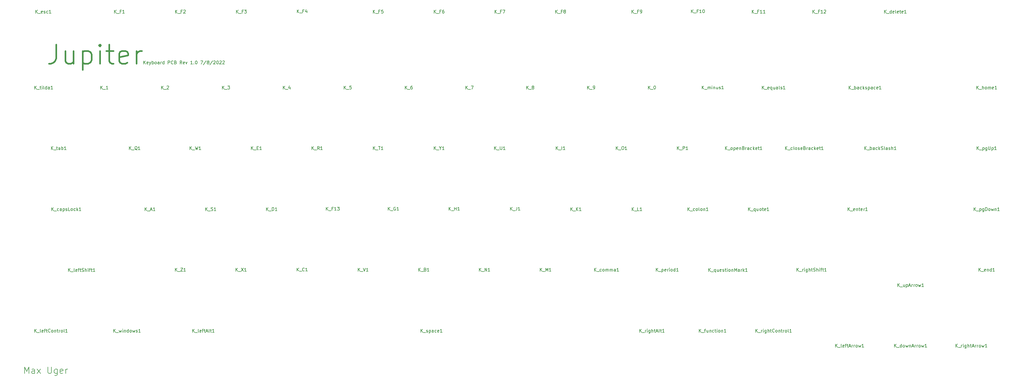
<source format=gbr>
%TF.GenerationSoftware,KiCad,Pcbnew,(6.0.6)*%
%TF.CreationDate,2022-08-10T00:18:22-04:00*%
%TF.ProjectId,Jupiter,4a757069-7465-4722-9e6b-696361645f70,rev?*%
%TF.SameCoordinates,Original*%
%TF.FileFunction,Legend,Top*%
%TF.FilePolarity,Positive*%
%FSLAX46Y46*%
G04 Gerber Fmt 4.6, Leading zero omitted, Abs format (unit mm)*
G04 Created by KiCad (PCBNEW (6.0.6)) date 2022-08-10 00:18:22*
%MOMM*%
%LPD*%
G01*
G04 APERTURE LIST*
%ADD10C,0.200000*%
%ADD11C,0.500000*%
%ADD12C,0.150000*%
G04 APERTURE END LIST*
D10*
X64128571Y-188804761D02*
X64128571Y-186804761D01*
X64795238Y-188233333D01*
X65461904Y-186804761D01*
X65461904Y-188804761D01*
X67271428Y-188804761D02*
X67271428Y-187757142D01*
X67176190Y-187566666D01*
X66985714Y-187471428D01*
X66604761Y-187471428D01*
X66414285Y-187566666D01*
X67271428Y-188709523D02*
X67080952Y-188804761D01*
X66604761Y-188804761D01*
X66414285Y-188709523D01*
X66319047Y-188519047D01*
X66319047Y-188328571D01*
X66414285Y-188138095D01*
X66604761Y-188042857D01*
X67080952Y-188042857D01*
X67271428Y-187947619D01*
X68033333Y-188804761D02*
X69080952Y-187471428D01*
X68033333Y-187471428D02*
X69080952Y-188804761D01*
X71366666Y-186804761D02*
X71366666Y-188423809D01*
X71461904Y-188614285D01*
X71557142Y-188709523D01*
X71747619Y-188804761D01*
X72128571Y-188804761D01*
X72319047Y-188709523D01*
X72414285Y-188614285D01*
X72509523Y-188423809D01*
X72509523Y-186804761D01*
X74319047Y-187471428D02*
X74319047Y-189090476D01*
X74223809Y-189280952D01*
X74128571Y-189376190D01*
X73938095Y-189471428D01*
X73652380Y-189471428D01*
X73461904Y-189376190D01*
X74319047Y-188709523D02*
X74128571Y-188804761D01*
X73747619Y-188804761D01*
X73557142Y-188709523D01*
X73461904Y-188614285D01*
X73366666Y-188423809D01*
X73366666Y-187852380D01*
X73461904Y-187661904D01*
X73557142Y-187566666D01*
X73747619Y-187471428D01*
X74128571Y-187471428D01*
X74319047Y-187566666D01*
X76033333Y-188709523D02*
X75842857Y-188804761D01*
X75461904Y-188804761D01*
X75271428Y-188709523D01*
X75176190Y-188519047D01*
X75176190Y-187757142D01*
X75271428Y-187566666D01*
X75461904Y-187471428D01*
X75842857Y-187471428D01*
X76033333Y-187566666D01*
X76128571Y-187757142D01*
X76128571Y-187947619D01*
X75176190Y-188138095D01*
X76985714Y-188804761D02*
X76985714Y-187471428D01*
X76985714Y-187852380D02*
X77080952Y-187661904D01*
X77176190Y-187566666D01*
X77366666Y-187471428D01*
X77557142Y-187471428D01*
D11*
X73987142Y-85764285D02*
X73987142Y-90050000D01*
X73701428Y-90907142D01*
X73130000Y-91478571D01*
X72272857Y-91764285D01*
X71701428Y-91764285D01*
X79415714Y-87764285D02*
X79415714Y-91764285D01*
X76844285Y-87764285D02*
X76844285Y-90907142D01*
X77130000Y-91478571D01*
X77701428Y-91764285D01*
X78558571Y-91764285D01*
X79130000Y-91478571D01*
X79415714Y-91192857D01*
X82272857Y-87764285D02*
X82272857Y-93764285D01*
X82272857Y-88050000D02*
X82844285Y-87764285D01*
X83987142Y-87764285D01*
X84558571Y-88050000D01*
X84844285Y-88335714D01*
X85130000Y-88907142D01*
X85130000Y-90621428D01*
X84844285Y-91192857D01*
X84558571Y-91478571D01*
X83987142Y-91764285D01*
X82844285Y-91764285D01*
X82272857Y-91478571D01*
X87701428Y-91764285D02*
X87701428Y-87764285D01*
X87701428Y-85764285D02*
X87415714Y-86050000D01*
X87701428Y-86335714D01*
X87987142Y-86050000D01*
X87701428Y-85764285D01*
X87701428Y-86335714D01*
X89701428Y-87764285D02*
X91987142Y-87764285D01*
X90558571Y-85764285D02*
X90558571Y-90907142D01*
X90844285Y-91478571D01*
X91415714Y-91764285D01*
X91987142Y-91764285D01*
X96272857Y-91478571D02*
X95701428Y-91764285D01*
X94558571Y-91764285D01*
X93987142Y-91478571D01*
X93701428Y-90907142D01*
X93701428Y-88621428D01*
X93987142Y-88050000D01*
X94558571Y-87764285D01*
X95701428Y-87764285D01*
X96272857Y-88050000D01*
X96558571Y-88621428D01*
X96558571Y-89192857D01*
X93701428Y-89764285D01*
X99130000Y-91764285D02*
X99130000Y-87764285D01*
X99130000Y-88907142D02*
X99415714Y-88335714D01*
X99701428Y-88050000D01*
X100272857Y-87764285D01*
X100844285Y-87764285D01*
D12*
X101380952Y-91852380D02*
X101380952Y-90852380D01*
X101952380Y-91852380D02*
X101523809Y-91280952D01*
X101952380Y-90852380D02*
X101380952Y-91423809D01*
X102761904Y-91804761D02*
X102666666Y-91852380D01*
X102476190Y-91852380D01*
X102380952Y-91804761D01*
X102333333Y-91709523D01*
X102333333Y-91328571D01*
X102380952Y-91233333D01*
X102476190Y-91185714D01*
X102666666Y-91185714D01*
X102761904Y-91233333D01*
X102809523Y-91328571D01*
X102809523Y-91423809D01*
X102333333Y-91519047D01*
X103142857Y-91185714D02*
X103380952Y-91852380D01*
X103619047Y-91185714D02*
X103380952Y-91852380D01*
X103285714Y-92090476D01*
X103238095Y-92138095D01*
X103142857Y-92185714D01*
X103999999Y-91852380D02*
X103999999Y-90852380D01*
X103999999Y-91233333D02*
X104095238Y-91185714D01*
X104285714Y-91185714D01*
X104380952Y-91233333D01*
X104428571Y-91280952D01*
X104476190Y-91376190D01*
X104476190Y-91661904D01*
X104428571Y-91757142D01*
X104380952Y-91804761D01*
X104285714Y-91852380D01*
X104095238Y-91852380D01*
X103999999Y-91804761D01*
X105047619Y-91852380D02*
X104952380Y-91804761D01*
X104904761Y-91757142D01*
X104857142Y-91661904D01*
X104857142Y-91376190D01*
X104904761Y-91280952D01*
X104952380Y-91233333D01*
X105047619Y-91185714D01*
X105190476Y-91185714D01*
X105285714Y-91233333D01*
X105333333Y-91280952D01*
X105380952Y-91376190D01*
X105380952Y-91661904D01*
X105333333Y-91757142D01*
X105285714Y-91804761D01*
X105190476Y-91852380D01*
X105047619Y-91852380D01*
X106238095Y-91852380D02*
X106238095Y-91328571D01*
X106190476Y-91233333D01*
X106095238Y-91185714D01*
X105904761Y-91185714D01*
X105809523Y-91233333D01*
X106238095Y-91804761D02*
X106142857Y-91852380D01*
X105904761Y-91852380D01*
X105809523Y-91804761D01*
X105761904Y-91709523D01*
X105761904Y-91614285D01*
X105809523Y-91519047D01*
X105904761Y-91471428D01*
X106142857Y-91471428D01*
X106238095Y-91423809D01*
X106714285Y-91852380D02*
X106714285Y-91185714D01*
X106714285Y-91376190D02*
X106761904Y-91280952D01*
X106809523Y-91233333D01*
X106904761Y-91185714D01*
X106999999Y-91185714D01*
X107761904Y-91852380D02*
X107761904Y-90852380D01*
X107761904Y-91804761D02*
X107666666Y-91852380D01*
X107476190Y-91852380D01*
X107380952Y-91804761D01*
X107333333Y-91757142D01*
X107285714Y-91661904D01*
X107285714Y-91376190D01*
X107333333Y-91280952D01*
X107380952Y-91233333D01*
X107476190Y-91185714D01*
X107666666Y-91185714D01*
X107761904Y-91233333D01*
X108999999Y-91852380D02*
X108999999Y-90852380D01*
X109380952Y-90852380D01*
X109476190Y-90900000D01*
X109523809Y-90947619D01*
X109571428Y-91042857D01*
X109571428Y-91185714D01*
X109523809Y-91280952D01*
X109476190Y-91328571D01*
X109380952Y-91376190D01*
X108999999Y-91376190D01*
X110571428Y-91757142D02*
X110523809Y-91804761D01*
X110380952Y-91852380D01*
X110285714Y-91852380D01*
X110142857Y-91804761D01*
X110047619Y-91709523D01*
X110000000Y-91614285D01*
X109952380Y-91423809D01*
X109952380Y-91280952D01*
X110000000Y-91090476D01*
X110047619Y-90995238D01*
X110142857Y-90900000D01*
X110285714Y-90852380D01*
X110380952Y-90852380D01*
X110523809Y-90900000D01*
X110571428Y-90947619D01*
X111333333Y-91328571D02*
X111476190Y-91376190D01*
X111523809Y-91423809D01*
X111571428Y-91519047D01*
X111571428Y-91661904D01*
X111523809Y-91757142D01*
X111476190Y-91804761D01*
X111380952Y-91852380D01*
X111000000Y-91852380D01*
X111000000Y-90852380D01*
X111333333Y-90852380D01*
X111428571Y-90900000D01*
X111476190Y-90947619D01*
X111523809Y-91042857D01*
X111523809Y-91138095D01*
X111476190Y-91233333D01*
X111428571Y-91280952D01*
X111333333Y-91328571D01*
X111000000Y-91328571D01*
X113333333Y-91852380D02*
X112999999Y-91376190D01*
X112761904Y-91852380D02*
X112761904Y-90852380D01*
X113142857Y-90852380D01*
X113238095Y-90900000D01*
X113285714Y-90947619D01*
X113333333Y-91042857D01*
X113333333Y-91185714D01*
X113285714Y-91280952D01*
X113238095Y-91328571D01*
X113142857Y-91376190D01*
X112761904Y-91376190D01*
X114142857Y-91804761D02*
X114047619Y-91852380D01*
X113857142Y-91852380D01*
X113761904Y-91804761D01*
X113714285Y-91709523D01*
X113714285Y-91328571D01*
X113761904Y-91233333D01*
X113857142Y-91185714D01*
X114047619Y-91185714D01*
X114142857Y-91233333D01*
X114190476Y-91328571D01*
X114190476Y-91423809D01*
X113714285Y-91519047D01*
X114523809Y-91185714D02*
X114761904Y-91852380D01*
X114999999Y-91185714D01*
X116666666Y-91852380D02*
X116095238Y-91852380D01*
X116380952Y-91852380D02*
X116380952Y-90852380D01*
X116285714Y-90995238D01*
X116190476Y-91090476D01*
X116095238Y-91138095D01*
X117095238Y-91757142D02*
X117142857Y-91804761D01*
X117095238Y-91852380D01*
X117047619Y-91804761D01*
X117095238Y-91757142D01*
X117095238Y-91852380D01*
X117761904Y-90852380D02*
X117857142Y-90852380D01*
X117952380Y-90900000D01*
X117999999Y-90947619D01*
X118047619Y-91042857D01*
X118095238Y-91233333D01*
X118095238Y-91471428D01*
X118047619Y-91661904D01*
X117999999Y-91757142D01*
X117952380Y-91804761D01*
X117857142Y-91852380D01*
X117761904Y-91852380D01*
X117666666Y-91804761D01*
X117619047Y-91757142D01*
X117571428Y-91661904D01*
X117523809Y-91471428D01*
X117523809Y-91233333D01*
X117571428Y-91042857D01*
X117619047Y-90947619D01*
X117666666Y-90900000D01*
X117761904Y-90852380D01*
X119190476Y-90852380D02*
X119857142Y-90852380D01*
X119428571Y-91852380D01*
X120952380Y-90804761D02*
X120095238Y-92090476D01*
X121428571Y-91280952D02*
X121333333Y-91233333D01*
X121285714Y-91185714D01*
X121238095Y-91090476D01*
X121238095Y-91042857D01*
X121285714Y-90947619D01*
X121333333Y-90900000D01*
X121428571Y-90852380D01*
X121619047Y-90852380D01*
X121714285Y-90900000D01*
X121761904Y-90947619D01*
X121809523Y-91042857D01*
X121809523Y-91090476D01*
X121761904Y-91185714D01*
X121714285Y-91233333D01*
X121619047Y-91280952D01*
X121428571Y-91280952D01*
X121333333Y-91328571D01*
X121285714Y-91376190D01*
X121238095Y-91471428D01*
X121238095Y-91661904D01*
X121285714Y-91757142D01*
X121333333Y-91804761D01*
X121428571Y-91852380D01*
X121619047Y-91852380D01*
X121714285Y-91804761D01*
X121761904Y-91757142D01*
X121809523Y-91661904D01*
X121809523Y-91471428D01*
X121761904Y-91376190D01*
X121714285Y-91328571D01*
X121619047Y-91280952D01*
X122952380Y-90804761D02*
X122095238Y-92090476D01*
X123238095Y-90947619D02*
X123285714Y-90900000D01*
X123380952Y-90852380D01*
X123619047Y-90852380D01*
X123714285Y-90900000D01*
X123761904Y-90947619D01*
X123809523Y-91042857D01*
X123809523Y-91138095D01*
X123761904Y-91280952D01*
X123190476Y-91852380D01*
X123809523Y-91852380D01*
X124428571Y-90852380D02*
X124523809Y-90852380D01*
X124619047Y-90900000D01*
X124666666Y-90947619D01*
X124714285Y-91042857D01*
X124761904Y-91233333D01*
X124761904Y-91471428D01*
X124714285Y-91661904D01*
X124666666Y-91757142D01*
X124619047Y-91804761D01*
X124523809Y-91852380D01*
X124428571Y-91852380D01*
X124333333Y-91804761D01*
X124285714Y-91757142D01*
X124238095Y-91661904D01*
X124190476Y-91471428D01*
X124190476Y-91233333D01*
X124238095Y-91042857D01*
X124285714Y-90947619D01*
X124333333Y-90900000D01*
X124428571Y-90852380D01*
X125142857Y-90947619D02*
X125190476Y-90900000D01*
X125285714Y-90852380D01*
X125523809Y-90852380D01*
X125619047Y-90900000D01*
X125666666Y-90947619D01*
X125714285Y-91042857D01*
X125714285Y-91138095D01*
X125666666Y-91280952D01*
X125095238Y-91852380D01*
X125714285Y-91852380D01*
X126095238Y-90947619D02*
X126142857Y-90900000D01*
X126238095Y-90852380D01*
X126476190Y-90852380D01*
X126571428Y-90900000D01*
X126619047Y-90947619D01*
X126666666Y-91042857D01*
X126666666Y-91138095D01*
X126619047Y-91280952D01*
X126047619Y-91852380D01*
X126666666Y-91852380D01*
%TO.C,*%
%TO.C,K_T1*%
X173250000Y-118702380D02*
X173250000Y-117702380D01*
X173821428Y-118702380D02*
X173392857Y-118130952D01*
X173821428Y-117702380D02*
X173250000Y-118273809D01*
X174011904Y-118797619D02*
X174773809Y-118797619D01*
X174869047Y-117702380D02*
X175440476Y-117702380D01*
X175154761Y-118702380D02*
X175154761Y-117702380D01*
X176297619Y-118702380D02*
X175726190Y-118702380D01*
X176011904Y-118702380D02*
X176011904Y-117702380D01*
X175916666Y-117845238D01*
X175821428Y-117940476D01*
X175726190Y-117988095D01*
%TO.C,K_E1*%
X135078571Y-118702380D02*
X135078571Y-117702380D01*
X135650000Y-118702380D02*
X135221428Y-118130952D01*
X135650000Y-117702380D02*
X135078571Y-118273809D01*
X135840476Y-118797619D02*
X136602380Y-118797619D01*
X136840476Y-118178571D02*
X137173809Y-118178571D01*
X137316666Y-118702380D02*
X136840476Y-118702380D01*
X136840476Y-117702380D01*
X137316666Y-117702380D01*
X138269047Y-118702380D02*
X137697619Y-118702380D01*
X137983333Y-118702380D02*
X137983333Y-117702380D01*
X137888095Y-117845238D01*
X137792857Y-117940476D01*
X137697619Y-117988095D01*
%TO.C,K_pgUp1*%
X362250000Y-118702380D02*
X362250000Y-117702380D01*
X362821428Y-118702380D02*
X362392857Y-118130952D01*
X362821428Y-117702380D02*
X362250000Y-118273809D01*
X363011904Y-118797619D02*
X363773809Y-118797619D01*
X364011904Y-118035714D02*
X364011904Y-119035714D01*
X364011904Y-118083333D02*
X364107142Y-118035714D01*
X364297619Y-118035714D01*
X364392857Y-118083333D01*
X364440476Y-118130952D01*
X364488095Y-118226190D01*
X364488095Y-118511904D01*
X364440476Y-118607142D01*
X364392857Y-118654761D01*
X364297619Y-118702380D01*
X364107142Y-118702380D01*
X364011904Y-118654761D01*
X365345238Y-118035714D02*
X365345238Y-118845238D01*
X365297619Y-118940476D01*
X365250000Y-118988095D01*
X365154761Y-119035714D01*
X365011904Y-119035714D01*
X364916666Y-118988095D01*
X365345238Y-118654761D02*
X365250000Y-118702380D01*
X365059523Y-118702380D01*
X364964285Y-118654761D01*
X364916666Y-118607142D01*
X364869047Y-118511904D01*
X364869047Y-118226190D01*
X364916666Y-118130952D01*
X364964285Y-118083333D01*
X365059523Y-118035714D01*
X365250000Y-118035714D01*
X365345238Y-118083333D01*
X365821428Y-117702380D02*
X365821428Y-118511904D01*
X365869047Y-118607142D01*
X365916666Y-118654761D01*
X366011904Y-118702380D01*
X366202380Y-118702380D01*
X366297619Y-118654761D01*
X366345238Y-118607142D01*
X366392857Y-118511904D01*
X366392857Y-117702380D01*
X366869047Y-118035714D02*
X366869047Y-119035714D01*
X366869047Y-118083333D02*
X366964285Y-118035714D01*
X367154761Y-118035714D01*
X367250000Y-118083333D01*
X367297619Y-118130952D01*
X367345238Y-118226190D01*
X367345238Y-118511904D01*
X367297619Y-118607142D01*
X367250000Y-118654761D01*
X367154761Y-118702380D01*
X366964285Y-118702380D01*
X366869047Y-118654761D01*
X368297619Y-118702380D02*
X367726190Y-118702380D01*
X368011904Y-118702380D02*
X368011904Y-117702380D01*
X367916666Y-117845238D01*
X367821428Y-117940476D01*
X367726190Y-117988095D01*
%TO.C,K_rightArrow1*%
X355569047Y-180602380D02*
X355569047Y-179602380D01*
X356140476Y-180602380D02*
X355711904Y-180030952D01*
X356140476Y-179602380D02*
X355569047Y-180173809D01*
X356330952Y-180697619D02*
X357092857Y-180697619D01*
X357330952Y-180602380D02*
X357330952Y-179935714D01*
X357330952Y-180126190D02*
X357378571Y-180030952D01*
X357426190Y-179983333D01*
X357521428Y-179935714D01*
X357616666Y-179935714D01*
X357950000Y-180602380D02*
X357950000Y-179935714D01*
X357950000Y-179602380D02*
X357902380Y-179650000D01*
X357950000Y-179697619D01*
X357997619Y-179650000D01*
X357950000Y-179602380D01*
X357950000Y-179697619D01*
X358854761Y-179935714D02*
X358854761Y-180745238D01*
X358807142Y-180840476D01*
X358759523Y-180888095D01*
X358664285Y-180935714D01*
X358521428Y-180935714D01*
X358426190Y-180888095D01*
X358854761Y-180554761D02*
X358759523Y-180602380D01*
X358569047Y-180602380D01*
X358473809Y-180554761D01*
X358426190Y-180507142D01*
X358378571Y-180411904D01*
X358378571Y-180126190D01*
X358426190Y-180030952D01*
X358473809Y-179983333D01*
X358569047Y-179935714D01*
X358759523Y-179935714D01*
X358854761Y-179983333D01*
X359330952Y-180602380D02*
X359330952Y-179602380D01*
X359759523Y-180602380D02*
X359759523Y-180078571D01*
X359711904Y-179983333D01*
X359616666Y-179935714D01*
X359473809Y-179935714D01*
X359378571Y-179983333D01*
X359330952Y-180030952D01*
X360092857Y-179935714D02*
X360473809Y-179935714D01*
X360235714Y-179602380D02*
X360235714Y-180459523D01*
X360283333Y-180554761D01*
X360378571Y-180602380D01*
X360473809Y-180602380D01*
X360759523Y-180316666D02*
X361235714Y-180316666D01*
X360664285Y-180602380D02*
X360997619Y-179602380D01*
X361330952Y-180602380D01*
X361664285Y-180602380D02*
X361664285Y-179935714D01*
X361664285Y-180126190D02*
X361711904Y-180030952D01*
X361759523Y-179983333D01*
X361854761Y-179935714D01*
X361950000Y-179935714D01*
X362283333Y-180602380D02*
X362283333Y-179935714D01*
X362283333Y-180126190D02*
X362330952Y-180030952D01*
X362378571Y-179983333D01*
X362473809Y-179935714D01*
X362569047Y-179935714D01*
X363045238Y-180602380D02*
X362950000Y-180554761D01*
X362902380Y-180507142D01*
X362854761Y-180411904D01*
X362854761Y-180126190D01*
X362902380Y-180030952D01*
X362950000Y-179983333D01*
X363045238Y-179935714D01*
X363188095Y-179935714D01*
X363283333Y-179983333D01*
X363330952Y-180030952D01*
X363378571Y-180126190D01*
X363378571Y-180411904D01*
X363330952Y-180507142D01*
X363283333Y-180554761D01*
X363188095Y-180602380D01*
X363045238Y-180602380D01*
X363711904Y-179935714D02*
X363902380Y-180602380D01*
X364092857Y-180126190D01*
X364283333Y-180602380D01*
X364473809Y-179935714D01*
X365378571Y-180602380D02*
X364807142Y-180602380D01*
X365092857Y-180602380D02*
X365092857Y-179602380D01*
X364997619Y-179745238D01*
X364902380Y-179840476D01*
X364807142Y-179888095D01*
%TO.C,K_B1*%
X187430952Y-156802380D02*
X187430952Y-155802380D01*
X188002380Y-156802380D02*
X187573809Y-156230952D01*
X188002380Y-155802380D02*
X187430952Y-156373809D01*
X188192857Y-156897619D02*
X188954761Y-156897619D01*
X189526190Y-156278571D02*
X189669047Y-156326190D01*
X189716666Y-156373809D01*
X189764285Y-156469047D01*
X189764285Y-156611904D01*
X189716666Y-156707142D01*
X189669047Y-156754761D01*
X189573809Y-156802380D01*
X189192857Y-156802380D01*
X189192857Y-155802380D01*
X189526190Y-155802380D01*
X189621428Y-155850000D01*
X189669047Y-155897619D01*
X189716666Y-155992857D01*
X189716666Y-156088095D01*
X189669047Y-156183333D01*
X189621428Y-156230952D01*
X189526190Y-156278571D01*
X189192857Y-156278571D01*
X190716666Y-156802380D02*
X190145238Y-156802380D01*
X190430952Y-156802380D02*
X190430952Y-155802380D01*
X190335714Y-155945238D01*
X190240476Y-156040476D01*
X190145238Y-156088095D01*
%TO.C,K_G1*%
X177930952Y-137702380D02*
X177930952Y-136702380D01*
X178502380Y-137702380D02*
X178073809Y-137130952D01*
X178502380Y-136702380D02*
X177930952Y-137273809D01*
X178692857Y-137797619D02*
X179454761Y-137797619D01*
X180216666Y-136750000D02*
X180121428Y-136702380D01*
X179978571Y-136702380D01*
X179835714Y-136750000D01*
X179740476Y-136845238D01*
X179692857Y-136940476D01*
X179645238Y-137130952D01*
X179645238Y-137273809D01*
X179692857Y-137464285D01*
X179740476Y-137559523D01*
X179835714Y-137654761D01*
X179978571Y-137702380D01*
X180073809Y-137702380D01*
X180216666Y-137654761D01*
X180264285Y-137607142D01*
X180264285Y-137273809D01*
X180073809Y-137273809D01*
X181216666Y-137702380D02*
X180645238Y-137702380D01*
X180930952Y-137702380D02*
X180930952Y-136702380D01*
X180835714Y-136845238D01*
X180740476Y-136940476D01*
X180645238Y-136988095D01*
%TO.C,K_I1*%
X230492857Y-118702380D02*
X230492857Y-117702380D01*
X231064285Y-118702380D02*
X230635714Y-118130952D01*
X231064285Y-117702380D02*
X230492857Y-118273809D01*
X231254761Y-118797619D02*
X232016666Y-118797619D01*
X232254761Y-118702380D02*
X232254761Y-117702380D01*
X233254761Y-118702380D02*
X232683333Y-118702380D01*
X232969047Y-118702380D02*
X232969047Y-117702380D01*
X232873809Y-117845238D01*
X232778571Y-117940476D01*
X232683333Y-117988095D01*
%TO.C,K_V1*%
X168502380Y-156802380D02*
X168502380Y-155802380D01*
X169073809Y-156802380D02*
X168645238Y-156230952D01*
X169073809Y-155802380D02*
X168502380Y-156373809D01*
X169264285Y-156897619D02*
X170026190Y-156897619D01*
X170121428Y-155802380D02*
X170454761Y-156802380D01*
X170788095Y-155802380D01*
X171645238Y-156802380D02*
X171073809Y-156802380D01*
X171359523Y-156802380D02*
X171359523Y-155802380D01*
X171264285Y-155945238D01*
X171169047Y-156040476D01*
X171073809Y-156088095D01*
%TO.C,K_enter1*%
X321826190Y-137802380D02*
X321826190Y-136802380D01*
X322397619Y-137802380D02*
X321969047Y-137230952D01*
X322397619Y-136802380D02*
X321826190Y-137373809D01*
X322588095Y-137897619D02*
X323350000Y-137897619D01*
X323969047Y-137754761D02*
X323873809Y-137802380D01*
X323683333Y-137802380D01*
X323588095Y-137754761D01*
X323540476Y-137659523D01*
X323540476Y-137278571D01*
X323588095Y-137183333D01*
X323683333Y-137135714D01*
X323873809Y-137135714D01*
X323969047Y-137183333D01*
X324016666Y-137278571D01*
X324016666Y-137373809D01*
X323540476Y-137469047D01*
X324445238Y-137135714D02*
X324445238Y-137802380D01*
X324445238Y-137230952D02*
X324492857Y-137183333D01*
X324588095Y-137135714D01*
X324730952Y-137135714D01*
X324826190Y-137183333D01*
X324873809Y-137278571D01*
X324873809Y-137802380D01*
X325207142Y-137135714D02*
X325588095Y-137135714D01*
X325350000Y-136802380D02*
X325350000Y-137659523D01*
X325397619Y-137754761D01*
X325492857Y-137802380D01*
X325588095Y-137802380D01*
X326302380Y-137754761D02*
X326207142Y-137802380D01*
X326016666Y-137802380D01*
X325921428Y-137754761D01*
X325873809Y-137659523D01*
X325873809Y-137278571D01*
X325921428Y-137183333D01*
X326016666Y-137135714D01*
X326207142Y-137135714D01*
X326302380Y-137183333D01*
X326350000Y-137278571D01*
X326350000Y-137373809D01*
X325873809Y-137469047D01*
X326778571Y-137802380D02*
X326778571Y-137135714D01*
X326778571Y-137326190D02*
X326826190Y-137230952D01*
X326873809Y-137183333D01*
X326969047Y-137135714D01*
X327064285Y-137135714D01*
X327921428Y-137802380D02*
X327350000Y-137802380D01*
X327635714Y-137802380D02*
X327635714Y-136802380D01*
X327540476Y-136945238D01*
X327445238Y-137040476D01*
X327350000Y-137088095D01*
%TO.C,K_end1*%
X362797619Y-156802380D02*
X362797619Y-155802380D01*
X363369047Y-156802380D02*
X362940476Y-156230952D01*
X363369047Y-155802380D02*
X362797619Y-156373809D01*
X363559523Y-156897619D02*
X364321428Y-156897619D01*
X364940476Y-156754761D02*
X364845238Y-156802380D01*
X364654761Y-156802380D01*
X364559523Y-156754761D01*
X364511904Y-156659523D01*
X364511904Y-156278571D01*
X364559523Y-156183333D01*
X364654761Y-156135714D01*
X364845238Y-156135714D01*
X364940476Y-156183333D01*
X364988095Y-156278571D01*
X364988095Y-156373809D01*
X364511904Y-156469047D01*
X365416666Y-156135714D02*
X365416666Y-156802380D01*
X365416666Y-156230952D02*
X365464285Y-156183333D01*
X365559523Y-156135714D01*
X365702380Y-156135714D01*
X365797619Y-156183333D01*
X365845238Y-156278571D01*
X365845238Y-156802380D01*
X366750000Y-156802380D02*
X366750000Y-155802380D01*
X366750000Y-156754761D02*
X366654761Y-156802380D01*
X366464285Y-156802380D01*
X366369047Y-156754761D01*
X366321428Y-156707142D01*
X366273809Y-156611904D01*
X366273809Y-156326190D01*
X366321428Y-156230952D01*
X366369047Y-156183333D01*
X366464285Y-156135714D01*
X366654761Y-156135714D01*
X366750000Y-156183333D01*
X367750000Y-156802380D02*
X367178571Y-156802380D01*
X367464285Y-156802380D02*
X367464285Y-155802380D01*
X367369047Y-155945238D01*
X367273809Y-156040476D01*
X367178571Y-156088095D01*
%TO.C,K_tilda1*%
X67240476Y-99702380D02*
X67240476Y-98702380D01*
X67811904Y-99702380D02*
X67383333Y-99130952D01*
X67811904Y-98702380D02*
X67240476Y-99273809D01*
X68002380Y-99797619D02*
X68764285Y-99797619D01*
X68859523Y-99035714D02*
X69240476Y-99035714D01*
X69002380Y-98702380D02*
X69002380Y-99559523D01*
X69050000Y-99654761D01*
X69145238Y-99702380D01*
X69240476Y-99702380D01*
X69573809Y-99702380D02*
X69573809Y-99035714D01*
X69573809Y-98702380D02*
X69526190Y-98750000D01*
X69573809Y-98797619D01*
X69621428Y-98750000D01*
X69573809Y-98702380D01*
X69573809Y-98797619D01*
X70192857Y-99702380D02*
X70097619Y-99654761D01*
X70050000Y-99559523D01*
X70050000Y-98702380D01*
X71002380Y-99702380D02*
X71002380Y-98702380D01*
X71002380Y-99654761D02*
X70907142Y-99702380D01*
X70716666Y-99702380D01*
X70621428Y-99654761D01*
X70573809Y-99607142D01*
X70526190Y-99511904D01*
X70526190Y-99226190D01*
X70573809Y-99130952D01*
X70621428Y-99083333D01*
X70716666Y-99035714D01*
X70907142Y-99035714D01*
X71002380Y-99083333D01*
X71907142Y-99702380D02*
X71907142Y-99178571D01*
X71859523Y-99083333D01*
X71764285Y-99035714D01*
X71573809Y-99035714D01*
X71478571Y-99083333D01*
X71907142Y-99654761D02*
X71811904Y-99702380D01*
X71573809Y-99702380D01*
X71478571Y-99654761D01*
X71430952Y-99559523D01*
X71430952Y-99464285D01*
X71478571Y-99369047D01*
X71573809Y-99321428D01*
X71811904Y-99321428D01*
X71907142Y-99273809D01*
X72907142Y-99702380D02*
X72335714Y-99702380D01*
X72621428Y-99702380D02*
X72621428Y-98702380D01*
X72526190Y-98845238D01*
X72430952Y-98940476D01*
X72335714Y-98988095D01*
%TO.C,K_rightAlt1*%
X256616666Y-175902380D02*
X256616666Y-174902380D01*
X257188095Y-175902380D02*
X256759523Y-175330952D01*
X257188095Y-174902380D02*
X256616666Y-175473809D01*
X257378571Y-175997619D02*
X258140476Y-175997619D01*
X258378571Y-175902380D02*
X258378571Y-175235714D01*
X258378571Y-175426190D02*
X258426190Y-175330952D01*
X258473809Y-175283333D01*
X258569047Y-175235714D01*
X258664285Y-175235714D01*
X258997619Y-175902380D02*
X258997619Y-175235714D01*
X258997619Y-174902380D02*
X258950000Y-174950000D01*
X258997619Y-174997619D01*
X259045238Y-174950000D01*
X258997619Y-174902380D01*
X258997619Y-174997619D01*
X259902380Y-175235714D02*
X259902380Y-176045238D01*
X259854761Y-176140476D01*
X259807142Y-176188095D01*
X259711904Y-176235714D01*
X259569047Y-176235714D01*
X259473809Y-176188095D01*
X259902380Y-175854761D02*
X259807142Y-175902380D01*
X259616666Y-175902380D01*
X259521428Y-175854761D01*
X259473809Y-175807142D01*
X259426190Y-175711904D01*
X259426190Y-175426190D01*
X259473809Y-175330952D01*
X259521428Y-175283333D01*
X259616666Y-175235714D01*
X259807142Y-175235714D01*
X259902380Y-175283333D01*
X260378571Y-175902380D02*
X260378571Y-174902380D01*
X260807142Y-175902380D02*
X260807142Y-175378571D01*
X260759523Y-175283333D01*
X260664285Y-175235714D01*
X260521428Y-175235714D01*
X260426190Y-175283333D01*
X260378571Y-175330952D01*
X261140476Y-175235714D02*
X261521428Y-175235714D01*
X261283333Y-174902380D02*
X261283333Y-175759523D01*
X261330952Y-175854761D01*
X261426190Y-175902380D01*
X261521428Y-175902380D01*
X261807142Y-175616666D02*
X262283333Y-175616666D01*
X261711904Y-175902380D02*
X262045238Y-174902380D01*
X262378571Y-175902380D01*
X262854761Y-175902380D02*
X262759523Y-175854761D01*
X262711904Y-175759523D01*
X262711904Y-174902380D01*
X263092857Y-175235714D02*
X263473809Y-175235714D01*
X263235714Y-174902380D02*
X263235714Y-175759523D01*
X263283333Y-175854761D01*
X263378571Y-175902380D01*
X263473809Y-175902380D01*
X264330952Y-175902380D02*
X263759523Y-175902380D01*
X264045238Y-175902380D02*
X264045238Y-174902380D01*
X263950000Y-175045238D01*
X263854761Y-175140476D01*
X263759523Y-175188095D01*
%TO.C,K_7*%
X202230952Y-99702380D02*
X202230952Y-98702380D01*
X202802380Y-99702380D02*
X202373809Y-99130952D01*
X202802380Y-98702380D02*
X202230952Y-99273809D01*
X202992857Y-99797619D02*
X203754761Y-99797619D01*
X203897619Y-98702380D02*
X204564285Y-98702380D01*
X204135714Y-99702380D01*
%TO.C,K_A1*%
X101802380Y-137802380D02*
X101802380Y-136802380D01*
X102373809Y-137802380D02*
X101945238Y-137230952D01*
X102373809Y-136802380D02*
X101802380Y-137373809D01*
X102564285Y-137897619D02*
X103326190Y-137897619D01*
X103516666Y-137516666D02*
X103992857Y-137516666D01*
X103421428Y-137802380D02*
X103754761Y-136802380D01*
X104088095Y-137802380D01*
X104945238Y-137802380D02*
X104373809Y-137802380D01*
X104659523Y-137802380D02*
X104659523Y-136802380D01*
X104564285Y-136945238D01*
X104469047Y-137040476D01*
X104373809Y-137088095D01*
%TO.C,K_home1*%
X362130952Y-99702380D02*
X362130952Y-98702380D01*
X362702380Y-99702380D02*
X362273809Y-99130952D01*
X362702380Y-98702380D02*
X362130952Y-99273809D01*
X362892857Y-99797619D02*
X363654761Y-99797619D01*
X363892857Y-99702380D02*
X363892857Y-98702380D01*
X364321428Y-99702380D02*
X364321428Y-99178571D01*
X364273809Y-99083333D01*
X364178571Y-99035714D01*
X364035714Y-99035714D01*
X363940476Y-99083333D01*
X363892857Y-99130952D01*
X364940476Y-99702380D02*
X364845238Y-99654761D01*
X364797619Y-99607142D01*
X364750000Y-99511904D01*
X364750000Y-99226190D01*
X364797619Y-99130952D01*
X364845238Y-99083333D01*
X364940476Y-99035714D01*
X365083333Y-99035714D01*
X365178571Y-99083333D01*
X365226190Y-99130952D01*
X365273809Y-99226190D01*
X365273809Y-99511904D01*
X365226190Y-99607142D01*
X365178571Y-99654761D01*
X365083333Y-99702380D01*
X364940476Y-99702380D01*
X365702380Y-99702380D02*
X365702380Y-99035714D01*
X365702380Y-99130952D02*
X365750000Y-99083333D01*
X365845238Y-99035714D01*
X365988095Y-99035714D01*
X366083333Y-99083333D01*
X366130952Y-99178571D01*
X366130952Y-99702380D01*
X366130952Y-99178571D02*
X366178571Y-99083333D01*
X366273809Y-99035714D01*
X366416666Y-99035714D01*
X366511904Y-99083333D01*
X366559523Y-99178571D01*
X366559523Y-99702380D01*
X367416666Y-99654761D02*
X367321428Y-99702380D01*
X367130952Y-99702380D01*
X367035714Y-99654761D01*
X366988095Y-99559523D01*
X366988095Y-99178571D01*
X367035714Y-99083333D01*
X367130952Y-99035714D01*
X367321428Y-99035714D01*
X367416666Y-99083333D01*
X367464285Y-99178571D01*
X367464285Y-99273809D01*
X366988095Y-99369047D01*
X368416666Y-99702380D02*
X367845238Y-99702380D01*
X368130952Y-99702380D02*
X368130952Y-98702380D01*
X368035714Y-98845238D01*
X367940476Y-98940476D01*
X367845238Y-98988095D01*
%TO.C,K_space1*%
X188164285Y-175902380D02*
X188164285Y-174902380D01*
X188735714Y-175902380D02*
X188307142Y-175330952D01*
X188735714Y-174902380D02*
X188164285Y-175473809D01*
X188926190Y-175997619D02*
X189688095Y-175997619D01*
X189878571Y-175854761D02*
X189973809Y-175902380D01*
X190164285Y-175902380D01*
X190259523Y-175854761D01*
X190307142Y-175759523D01*
X190307142Y-175711904D01*
X190259523Y-175616666D01*
X190164285Y-175569047D01*
X190021428Y-175569047D01*
X189926190Y-175521428D01*
X189878571Y-175426190D01*
X189878571Y-175378571D01*
X189926190Y-175283333D01*
X190021428Y-175235714D01*
X190164285Y-175235714D01*
X190259523Y-175283333D01*
X190735714Y-175235714D02*
X190735714Y-176235714D01*
X190735714Y-175283333D02*
X190830952Y-175235714D01*
X191021428Y-175235714D01*
X191116666Y-175283333D01*
X191164285Y-175330952D01*
X191211904Y-175426190D01*
X191211904Y-175711904D01*
X191164285Y-175807142D01*
X191116666Y-175854761D01*
X191021428Y-175902380D01*
X190830952Y-175902380D01*
X190735714Y-175854761D01*
X192069047Y-175902380D02*
X192069047Y-175378571D01*
X192021428Y-175283333D01*
X191926190Y-175235714D01*
X191735714Y-175235714D01*
X191640476Y-175283333D01*
X192069047Y-175854761D02*
X191973809Y-175902380D01*
X191735714Y-175902380D01*
X191640476Y-175854761D01*
X191592857Y-175759523D01*
X191592857Y-175664285D01*
X191640476Y-175569047D01*
X191735714Y-175521428D01*
X191973809Y-175521428D01*
X192069047Y-175473809D01*
X192973809Y-175854761D02*
X192878571Y-175902380D01*
X192688095Y-175902380D01*
X192592857Y-175854761D01*
X192545238Y-175807142D01*
X192497619Y-175711904D01*
X192497619Y-175426190D01*
X192545238Y-175330952D01*
X192592857Y-175283333D01*
X192688095Y-175235714D01*
X192878571Y-175235714D01*
X192973809Y-175283333D01*
X193783333Y-175854761D02*
X193688095Y-175902380D01*
X193497619Y-175902380D01*
X193402380Y-175854761D01*
X193354761Y-175759523D01*
X193354761Y-175378571D01*
X193402380Y-175283333D01*
X193497619Y-175235714D01*
X193688095Y-175235714D01*
X193783333Y-175283333D01*
X193830952Y-175378571D01*
X193830952Y-175473809D01*
X193354761Y-175569047D01*
X194783333Y-175902380D02*
X194211904Y-175902380D01*
X194497619Y-175902380D02*
X194497619Y-174902380D01*
X194402380Y-175045238D01*
X194307142Y-175140476D01*
X194211904Y-175188095D01*
%TO.C,K_U1*%
X211207142Y-118702380D02*
X211207142Y-117702380D01*
X211778571Y-118702380D02*
X211350000Y-118130952D01*
X211778571Y-117702380D02*
X211207142Y-118273809D01*
X211969047Y-118797619D02*
X212730952Y-118797619D01*
X212969047Y-117702380D02*
X212969047Y-118511904D01*
X213016666Y-118607142D01*
X213064285Y-118654761D01*
X213159523Y-118702380D01*
X213350000Y-118702380D01*
X213445238Y-118654761D01*
X213492857Y-118607142D01*
X213540476Y-118511904D01*
X213540476Y-117702380D01*
X214540476Y-118702380D02*
X213969047Y-118702380D01*
X214254761Y-118702380D02*
X214254761Y-117702380D01*
X214159523Y-117845238D01*
X214064285Y-117940476D01*
X213969047Y-117988095D01*
%TO.C,K_leftAlt1*%
X116692857Y-175902380D02*
X116692857Y-174902380D01*
X117264285Y-175902380D02*
X116835714Y-175330952D01*
X117264285Y-174902380D02*
X116692857Y-175473809D01*
X117454761Y-175997619D02*
X118216666Y-175997619D01*
X118597619Y-175902380D02*
X118502380Y-175854761D01*
X118454761Y-175759523D01*
X118454761Y-174902380D01*
X119359523Y-175854761D02*
X119264285Y-175902380D01*
X119073809Y-175902380D01*
X118978571Y-175854761D01*
X118930952Y-175759523D01*
X118930952Y-175378571D01*
X118978571Y-175283333D01*
X119073809Y-175235714D01*
X119264285Y-175235714D01*
X119359523Y-175283333D01*
X119407142Y-175378571D01*
X119407142Y-175473809D01*
X118930952Y-175569047D01*
X119692857Y-175235714D02*
X120073809Y-175235714D01*
X119835714Y-175902380D02*
X119835714Y-175045238D01*
X119883333Y-174950000D01*
X119978571Y-174902380D01*
X120073809Y-174902380D01*
X120264285Y-175235714D02*
X120645238Y-175235714D01*
X120407142Y-174902380D02*
X120407142Y-175759523D01*
X120454761Y-175854761D01*
X120550000Y-175902380D01*
X120645238Y-175902380D01*
X120930952Y-175616666D02*
X121407142Y-175616666D01*
X120835714Y-175902380D02*
X121169047Y-174902380D01*
X121502380Y-175902380D01*
X121978571Y-175902380D02*
X121883333Y-175854761D01*
X121835714Y-175759523D01*
X121835714Y-174902380D01*
X122216666Y-175235714D02*
X122597619Y-175235714D01*
X122359523Y-174902380D02*
X122359523Y-175759523D01*
X122407142Y-175854761D01*
X122502380Y-175902380D01*
X122597619Y-175902380D01*
X123454761Y-175902380D02*
X122883333Y-175902380D01*
X123169047Y-175902380D02*
X123169047Y-174902380D01*
X123073809Y-175045238D01*
X122978571Y-175140476D01*
X122883333Y-175188095D01*
%TO.C,K_F2*%
X111302380Y-75902380D02*
X111302380Y-74902380D01*
X111873809Y-75902380D02*
X111445238Y-75330952D01*
X111873809Y-74902380D02*
X111302380Y-75473809D01*
X112064285Y-75997619D02*
X112826190Y-75997619D01*
X113397619Y-75378571D02*
X113064285Y-75378571D01*
X113064285Y-75902380D02*
X113064285Y-74902380D01*
X113540476Y-74902380D01*
X113873809Y-74997619D02*
X113921428Y-74950000D01*
X114016666Y-74902380D01*
X114254761Y-74902380D01*
X114350000Y-74950000D01*
X114397619Y-74997619D01*
X114445238Y-75092857D01*
X114445238Y-75188095D01*
X114397619Y-75330952D01*
X113826190Y-75902380D01*
X114445238Y-75902380D01*
%TO.C,K_F3*%
X130402380Y-75902380D02*
X130402380Y-74902380D01*
X130973809Y-75902380D02*
X130545238Y-75330952D01*
X130973809Y-74902380D02*
X130402380Y-75473809D01*
X131164285Y-75997619D02*
X131926190Y-75997619D01*
X132497619Y-75378571D02*
X132164285Y-75378571D01*
X132164285Y-75902380D02*
X132164285Y-74902380D01*
X132640476Y-74902380D01*
X132926190Y-74902380D02*
X133545238Y-74902380D01*
X133211904Y-75283333D01*
X133354761Y-75283333D01*
X133450000Y-75330952D01*
X133497619Y-75378571D01*
X133545238Y-75473809D01*
X133545238Y-75711904D01*
X133497619Y-75807142D01*
X133450000Y-75854761D01*
X133354761Y-75902380D01*
X133069047Y-75902380D01*
X132973809Y-75854761D01*
X132926190Y-75807142D01*
%TO.C,K_M1*%
X225459523Y-156802380D02*
X225459523Y-155802380D01*
X226030952Y-156802380D02*
X225602380Y-156230952D01*
X226030952Y-155802380D02*
X225459523Y-156373809D01*
X226221428Y-156897619D02*
X226983333Y-156897619D01*
X227221428Y-156802380D02*
X227221428Y-155802380D01*
X227554761Y-156516666D01*
X227888095Y-155802380D01*
X227888095Y-156802380D01*
X228888095Y-156802380D02*
X228316666Y-156802380D01*
X228602380Y-156802380D02*
X228602380Y-155802380D01*
X228507142Y-155945238D01*
X228411904Y-156040476D01*
X228316666Y-156088095D01*
%TO.C,K_windows1*%
X91983333Y-175902380D02*
X91983333Y-174902380D01*
X92554761Y-175902380D02*
X92126190Y-175330952D01*
X92554761Y-174902380D02*
X91983333Y-175473809D01*
X92745238Y-175997619D02*
X93507142Y-175997619D01*
X93650000Y-175235714D02*
X93840476Y-175902380D01*
X94030952Y-175426190D01*
X94221428Y-175902380D01*
X94411904Y-175235714D01*
X94792857Y-175902380D02*
X94792857Y-175235714D01*
X94792857Y-174902380D02*
X94745238Y-174950000D01*
X94792857Y-174997619D01*
X94840476Y-174950000D01*
X94792857Y-174902380D01*
X94792857Y-174997619D01*
X95269047Y-175235714D02*
X95269047Y-175902380D01*
X95269047Y-175330952D02*
X95316666Y-175283333D01*
X95411904Y-175235714D01*
X95554761Y-175235714D01*
X95650000Y-175283333D01*
X95697619Y-175378571D01*
X95697619Y-175902380D01*
X96602380Y-175902380D02*
X96602380Y-174902380D01*
X96602380Y-175854761D02*
X96507142Y-175902380D01*
X96316666Y-175902380D01*
X96221428Y-175854761D01*
X96173809Y-175807142D01*
X96126190Y-175711904D01*
X96126190Y-175426190D01*
X96173809Y-175330952D01*
X96221428Y-175283333D01*
X96316666Y-175235714D01*
X96507142Y-175235714D01*
X96602380Y-175283333D01*
X97221428Y-175902380D02*
X97126190Y-175854761D01*
X97078571Y-175807142D01*
X97030952Y-175711904D01*
X97030952Y-175426190D01*
X97078571Y-175330952D01*
X97126190Y-175283333D01*
X97221428Y-175235714D01*
X97364285Y-175235714D01*
X97459523Y-175283333D01*
X97507142Y-175330952D01*
X97554761Y-175426190D01*
X97554761Y-175711904D01*
X97507142Y-175807142D01*
X97459523Y-175854761D01*
X97364285Y-175902380D01*
X97221428Y-175902380D01*
X97888095Y-175235714D02*
X98078571Y-175902380D01*
X98269047Y-175426190D01*
X98459523Y-175902380D01*
X98650000Y-175235714D01*
X98983333Y-175854761D02*
X99078571Y-175902380D01*
X99269047Y-175902380D01*
X99364285Y-175854761D01*
X99411904Y-175759523D01*
X99411904Y-175711904D01*
X99364285Y-175616666D01*
X99269047Y-175569047D01*
X99126190Y-175569047D01*
X99030952Y-175521428D01*
X98983333Y-175426190D01*
X98983333Y-175378571D01*
X99030952Y-175283333D01*
X99126190Y-175235714D01*
X99269047Y-175235714D01*
X99364285Y-175283333D01*
X100364285Y-175902380D02*
X99792857Y-175902380D01*
X100078571Y-175902380D02*
X100078571Y-174902380D01*
X99983333Y-175045238D01*
X99888095Y-175140476D01*
X99792857Y-175188095D01*
%TO.C,K_R1*%
X154030952Y-118702380D02*
X154030952Y-117702380D01*
X154602380Y-118702380D02*
X154173809Y-118130952D01*
X154602380Y-117702380D02*
X154030952Y-118273809D01*
X154792857Y-118797619D02*
X155554761Y-118797619D01*
X156364285Y-118702380D02*
X156030952Y-118226190D01*
X155792857Y-118702380D02*
X155792857Y-117702380D01*
X156173809Y-117702380D01*
X156269047Y-117750000D01*
X156316666Y-117797619D01*
X156364285Y-117892857D01*
X156364285Y-118035714D01*
X156316666Y-118130952D01*
X156269047Y-118178571D01*
X156173809Y-118226190D01*
X155792857Y-118226190D01*
X157316666Y-118702380D02*
X156745238Y-118702380D01*
X157030952Y-118702380D02*
X157030952Y-117702380D01*
X156935714Y-117845238D01*
X156840476Y-117940476D01*
X156745238Y-117988095D01*
%TO.C,K_2*%
X106930952Y-99702380D02*
X106930952Y-98702380D01*
X107502380Y-99702380D02*
X107073809Y-99130952D01*
X107502380Y-98702380D02*
X106930952Y-99273809D01*
X107692857Y-99797619D02*
X108454761Y-99797619D01*
X108645238Y-98797619D02*
X108692857Y-98750000D01*
X108788095Y-98702380D01*
X109026190Y-98702380D01*
X109121428Y-98750000D01*
X109169047Y-98797619D01*
X109216666Y-98892857D01*
X109216666Y-98988095D01*
X109169047Y-99130952D01*
X108597619Y-99702380D01*
X109216666Y-99702380D01*
%TO.C,K_leftShift1*%
X77830952Y-156902380D02*
X77830952Y-155902380D01*
X78402380Y-156902380D02*
X77973809Y-156330952D01*
X78402380Y-155902380D02*
X77830952Y-156473809D01*
X78592857Y-156997619D02*
X79354761Y-156997619D01*
X79735714Y-156902380D02*
X79640476Y-156854761D01*
X79592857Y-156759523D01*
X79592857Y-155902380D01*
X80497619Y-156854761D02*
X80402380Y-156902380D01*
X80211904Y-156902380D01*
X80116666Y-156854761D01*
X80069047Y-156759523D01*
X80069047Y-156378571D01*
X80116666Y-156283333D01*
X80211904Y-156235714D01*
X80402380Y-156235714D01*
X80497619Y-156283333D01*
X80545238Y-156378571D01*
X80545238Y-156473809D01*
X80069047Y-156569047D01*
X80830952Y-156235714D02*
X81211904Y-156235714D01*
X80973809Y-156902380D02*
X80973809Y-156045238D01*
X81021428Y-155950000D01*
X81116666Y-155902380D01*
X81211904Y-155902380D01*
X81402380Y-156235714D02*
X81783333Y-156235714D01*
X81545238Y-155902380D02*
X81545238Y-156759523D01*
X81592857Y-156854761D01*
X81688095Y-156902380D01*
X81783333Y-156902380D01*
X82069047Y-156854761D02*
X82211904Y-156902380D01*
X82450000Y-156902380D01*
X82545238Y-156854761D01*
X82592857Y-156807142D01*
X82640476Y-156711904D01*
X82640476Y-156616666D01*
X82592857Y-156521428D01*
X82545238Y-156473809D01*
X82450000Y-156426190D01*
X82259523Y-156378571D01*
X82164285Y-156330952D01*
X82116666Y-156283333D01*
X82069047Y-156188095D01*
X82069047Y-156092857D01*
X82116666Y-155997619D01*
X82164285Y-155950000D01*
X82259523Y-155902380D01*
X82497619Y-155902380D01*
X82640476Y-155950000D01*
X83069047Y-156902380D02*
X83069047Y-155902380D01*
X83497619Y-156902380D02*
X83497619Y-156378571D01*
X83450000Y-156283333D01*
X83354761Y-156235714D01*
X83211904Y-156235714D01*
X83116666Y-156283333D01*
X83069047Y-156330952D01*
X83973809Y-156902380D02*
X83973809Y-156235714D01*
X83973809Y-155902380D02*
X83926190Y-155950000D01*
X83973809Y-155997619D01*
X84021428Y-155950000D01*
X83973809Y-155902380D01*
X83973809Y-155997619D01*
X84307142Y-156235714D02*
X84688095Y-156235714D01*
X84450000Y-156902380D02*
X84450000Y-156045238D01*
X84497619Y-155950000D01*
X84592857Y-155902380D01*
X84688095Y-155902380D01*
X84878571Y-156235714D02*
X85259523Y-156235714D01*
X85021428Y-155902380D02*
X85021428Y-156759523D01*
X85069047Y-156854761D01*
X85164285Y-156902380D01*
X85259523Y-156902380D01*
X86116666Y-156902380D02*
X85545238Y-156902380D01*
X85830952Y-156902380D02*
X85830952Y-155902380D01*
X85735714Y-156045238D01*
X85640476Y-156140476D01*
X85545238Y-156188095D01*
%TO.C,K_F1*%
X92202380Y-75902380D02*
X92202380Y-74902380D01*
X92773809Y-75902380D02*
X92345238Y-75330952D01*
X92773809Y-74902380D02*
X92202380Y-75473809D01*
X92964285Y-75997619D02*
X93726190Y-75997619D01*
X94297619Y-75378571D02*
X93964285Y-75378571D01*
X93964285Y-75902380D02*
X93964285Y-74902380D01*
X94440476Y-74902380D01*
X95345238Y-75902380D02*
X94773809Y-75902380D01*
X95059523Y-75902380D02*
X95059523Y-74902380D01*
X94964285Y-75045238D01*
X94869047Y-75140476D01*
X94773809Y-75188095D01*
%TO.C,K_9*%
X240330952Y-99702380D02*
X240330952Y-98702380D01*
X240902380Y-99702380D02*
X240473809Y-99130952D01*
X240902380Y-98702380D02*
X240330952Y-99273809D01*
X241092857Y-99797619D02*
X241854761Y-99797619D01*
X242140476Y-99702380D02*
X242330952Y-99702380D01*
X242426190Y-99654761D01*
X242473809Y-99607142D01*
X242569047Y-99464285D01*
X242616666Y-99273809D01*
X242616666Y-98892857D01*
X242569047Y-98797619D01*
X242521428Y-98750000D01*
X242426190Y-98702380D01*
X242235714Y-98702380D01*
X242140476Y-98750000D01*
X242092857Y-98797619D01*
X242045238Y-98892857D01*
X242045238Y-99130952D01*
X242092857Y-99226190D01*
X242140476Y-99273809D01*
X242235714Y-99321428D01*
X242426190Y-99321428D01*
X242521428Y-99273809D01*
X242569047Y-99226190D01*
X242616666Y-99130952D01*
%TO.C,K_D1*%
X139830952Y-137802380D02*
X139830952Y-136802380D01*
X140402380Y-137802380D02*
X139973809Y-137230952D01*
X140402380Y-136802380D02*
X139830952Y-137373809D01*
X140592857Y-137897619D02*
X141354761Y-137897619D01*
X141592857Y-137802380D02*
X141592857Y-136802380D01*
X141830952Y-136802380D01*
X141973809Y-136850000D01*
X142069047Y-136945238D01*
X142116666Y-137040476D01*
X142164285Y-137230952D01*
X142164285Y-137373809D01*
X142116666Y-137564285D01*
X142069047Y-137659523D01*
X141973809Y-137754761D01*
X141830952Y-137802380D01*
X141592857Y-137802380D01*
X143116666Y-137802380D02*
X142545238Y-137802380D01*
X142830952Y-137802380D02*
X142830952Y-136802380D01*
X142735714Y-136945238D01*
X142640476Y-137040476D01*
X142545238Y-137088095D01*
%TO.C,K_leftArrow1*%
X317945238Y-180602380D02*
X317945238Y-179602380D01*
X318516666Y-180602380D02*
X318088095Y-180030952D01*
X318516666Y-179602380D02*
X317945238Y-180173809D01*
X318707142Y-180697619D02*
X319469047Y-180697619D01*
X319850000Y-180602380D02*
X319754761Y-180554761D01*
X319707142Y-180459523D01*
X319707142Y-179602380D01*
X320611904Y-180554761D02*
X320516666Y-180602380D01*
X320326190Y-180602380D01*
X320230952Y-180554761D01*
X320183333Y-180459523D01*
X320183333Y-180078571D01*
X320230952Y-179983333D01*
X320326190Y-179935714D01*
X320516666Y-179935714D01*
X320611904Y-179983333D01*
X320659523Y-180078571D01*
X320659523Y-180173809D01*
X320183333Y-180269047D01*
X320945238Y-179935714D02*
X321326190Y-179935714D01*
X321088095Y-180602380D02*
X321088095Y-179745238D01*
X321135714Y-179650000D01*
X321230952Y-179602380D01*
X321326190Y-179602380D01*
X321516666Y-179935714D02*
X321897619Y-179935714D01*
X321659523Y-179602380D02*
X321659523Y-180459523D01*
X321707142Y-180554761D01*
X321802380Y-180602380D01*
X321897619Y-180602380D01*
X322183333Y-180316666D02*
X322659523Y-180316666D01*
X322088095Y-180602380D02*
X322421428Y-179602380D01*
X322754761Y-180602380D01*
X323088095Y-180602380D02*
X323088095Y-179935714D01*
X323088095Y-180126190D02*
X323135714Y-180030952D01*
X323183333Y-179983333D01*
X323278571Y-179935714D01*
X323373809Y-179935714D01*
X323707142Y-180602380D02*
X323707142Y-179935714D01*
X323707142Y-180126190D02*
X323754761Y-180030952D01*
X323802380Y-179983333D01*
X323897619Y-179935714D01*
X323992857Y-179935714D01*
X324469047Y-180602380D02*
X324373809Y-180554761D01*
X324326190Y-180507142D01*
X324278571Y-180411904D01*
X324278571Y-180126190D01*
X324326190Y-180030952D01*
X324373809Y-179983333D01*
X324469047Y-179935714D01*
X324611904Y-179935714D01*
X324707142Y-179983333D01*
X324754761Y-180030952D01*
X324802380Y-180126190D01*
X324802380Y-180411904D01*
X324754761Y-180507142D01*
X324707142Y-180554761D01*
X324611904Y-180602380D01*
X324469047Y-180602380D01*
X325135714Y-179935714D02*
X325326190Y-180602380D01*
X325516666Y-180126190D01*
X325707142Y-180602380D01*
X325897619Y-179935714D01*
X326802380Y-180602380D02*
X326230952Y-180602380D01*
X326516666Y-180602380D02*
X326516666Y-179602380D01*
X326421428Y-179745238D01*
X326326190Y-179840476D01*
X326230952Y-179888095D01*
%TO.C,K_F11*%
X291826190Y-75902380D02*
X291826190Y-74902380D01*
X292397619Y-75902380D02*
X291969047Y-75330952D01*
X292397619Y-74902380D02*
X291826190Y-75473809D01*
X292588095Y-75997619D02*
X293350000Y-75997619D01*
X293921428Y-75378571D02*
X293588095Y-75378571D01*
X293588095Y-75902380D02*
X293588095Y-74902380D01*
X294064285Y-74902380D01*
X294969047Y-75902380D02*
X294397619Y-75902380D01*
X294683333Y-75902380D02*
X294683333Y-74902380D01*
X294588095Y-75045238D01*
X294492857Y-75140476D01*
X294397619Y-75188095D01*
X295921428Y-75902380D02*
X295350000Y-75902380D01*
X295635714Y-75902380D02*
X295635714Y-74902380D01*
X295540476Y-75045238D01*
X295445238Y-75140476D01*
X295350000Y-75188095D01*
%TO.C,K_period1*%
X261797619Y-156802380D02*
X261797619Y-155802380D01*
X262369047Y-156802380D02*
X261940476Y-156230952D01*
X262369047Y-155802380D02*
X261797619Y-156373809D01*
X262559523Y-156897619D02*
X263321428Y-156897619D01*
X263559523Y-156135714D02*
X263559523Y-157135714D01*
X263559523Y-156183333D02*
X263654761Y-156135714D01*
X263845238Y-156135714D01*
X263940476Y-156183333D01*
X263988095Y-156230952D01*
X264035714Y-156326190D01*
X264035714Y-156611904D01*
X263988095Y-156707142D01*
X263940476Y-156754761D01*
X263845238Y-156802380D01*
X263654761Y-156802380D01*
X263559523Y-156754761D01*
X264845238Y-156754761D02*
X264750000Y-156802380D01*
X264559523Y-156802380D01*
X264464285Y-156754761D01*
X264416666Y-156659523D01*
X264416666Y-156278571D01*
X264464285Y-156183333D01*
X264559523Y-156135714D01*
X264750000Y-156135714D01*
X264845238Y-156183333D01*
X264892857Y-156278571D01*
X264892857Y-156373809D01*
X264416666Y-156469047D01*
X265321428Y-156802380D02*
X265321428Y-156135714D01*
X265321428Y-156326190D02*
X265369047Y-156230952D01*
X265416666Y-156183333D01*
X265511904Y-156135714D01*
X265607142Y-156135714D01*
X265940476Y-156802380D02*
X265940476Y-156135714D01*
X265940476Y-155802380D02*
X265892857Y-155850000D01*
X265940476Y-155897619D01*
X265988095Y-155850000D01*
X265940476Y-155802380D01*
X265940476Y-155897619D01*
X266559523Y-156802380D02*
X266464285Y-156754761D01*
X266416666Y-156707142D01*
X266369047Y-156611904D01*
X266369047Y-156326190D01*
X266416666Y-156230952D01*
X266464285Y-156183333D01*
X266559523Y-156135714D01*
X266702380Y-156135714D01*
X266797619Y-156183333D01*
X266845238Y-156230952D01*
X266892857Y-156326190D01*
X266892857Y-156611904D01*
X266845238Y-156707142D01*
X266797619Y-156754761D01*
X266702380Y-156802380D01*
X266559523Y-156802380D01*
X267750000Y-156802380D02*
X267750000Y-155802380D01*
X267750000Y-156754761D02*
X267654761Y-156802380D01*
X267464285Y-156802380D01*
X267369047Y-156754761D01*
X267321428Y-156707142D01*
X267273809Y-156611904D01*
X267273809Y-156326190D01*
X267321428Y-156230952D01*
X267369047Y-156183333D01*
X267464285Y-156135714D01*
X267654761Y-156135714D01*
X267750000Y-156183333D01*
X268750000Y-156802380D02*
X268178571Y-156802380D01*
X268464285Y-156802380D02*
X268464285Y-155802380D01*
X268369047Y-155945238D01*
X268273809Y-156040476D01*
X268178571Y-156088095D01*
%TO.C,K_tab1*%
X72440476Y-118702380D02*
X72440476Y-117702380D01*
X73011904Y-118702380D02*
X72583333Y-118130952D01*
X73011904Y-117702380D02*
X72440476Y-118273809D01*
X73202380Y-118797619D02*
X73964285Y-118797619D01*
X74059523Y-118035714D02*
X74440476Y-118035714D01*
X74202380Y-117702380D02*
X74202380Y-118559523D01*
X74250000Y-118654761D01*
X74345238Y-118702380D01*
X74440476Y-118702380D01*
X75202380Y-118702380D02*
X75202380Y-118178571D01*
X75154761Y-118083333D01*
X75059523Y-118035714D01*
X74869047Y-118035714D01*
X74773809Y-118083333D01*
X75202380Y-118654761D02*
X75107142Y-118702380D01*
X74869047Y-118702380D01*
X74773809Y-118654761D01*
X74726190Y-118559523D01*
X74726190Y-118464285D01*
X74773809Y-118369047D01*
X74869047Y-118321428D01*
X75107142Y-118321428D01*
X75202380Y-118273809D01*
X75678571Y-118702380D02*
X75678571Y-117702380D01*
X75678571Y-118083333D02*
X75773809Y-118035714D01*
X75964285Y-118035714D01*
X76059523Y-118083333D01*
X76107142Y-118130952D01*
X76154761Y-118226190D01*
X76154761Y-118511904D01*
X76107142Y-118607142D01*
X76059523Y-118654761D01*
X75964285Y-118702380D01*
X75773809Y-118702380D01*
X75678571Y-118654761D01*
X77107142Y-118702380D02*
X76535714Y-118702380D01*
X76821428Y-118702380D02*
X76821428Y-117702380D01*
X76726190Y-117845238D01*
X76630952Y-117940476D01*
X76535714Y-117988095D01*
%TO.C,K_rightShift1*%
X305854761Y-156802380D02*
X305854761Y-155802380D01*
X306426190Y-156802380D02*
X305997619Y-156230952D01*
X306426190Y-155802380D02*
X305854761Y-156373809D01*
X306616666Y-156897619D02*
X307378571Y-156897619D01*
X307616666Y-156802380D02*
X307616666Y-156135714D01*
X307616666Y-156326190D02*
X307664285Y-156230952D01*
X307711904Y-156183333D01*
X307807142Y-156135714D01*
X307902380Y-156135714D01*
X308235714Y-156802380D02*
X308235714Y-156135714D01*
X308235714Y-155802380D02*
X308188095Y-155850000D01*
X308235714Y-155897619D01*
X308283333Y-155850000D01*
X308235714Y-155802380D01*
X308235714Y-155897619D01*
X309140476Y-156135714D02*
X309140476Y-156945238D01*
X309092857Y-157040476D01*
X309045238Y-157088095D01*
X308950000Y-157135714D01*
X308807142Y-157135714D01*
X308711904Y-157088095D01*
X309140476Y-156754761D02*
X309045238Y-156802380D01*
X308854761Y-156802380D01*
X308759523Y-156754761D01*
X308711904Y-156707142D01*
X308664285Y-156611904D01*
X308664285Y-156326190D01*
X308711904Y-156230952D01*
X308759523Y-156183333D01*
X308854761Y-156135714D01*
X309045238Y-156135714D01*
X309140476Y-156183333D01*
X309616666Y-156802380D02*
X309616666Y-155802380D01*
X310045238Y-156802380D02*
X310045238Y-156278571D01*
X309997619Y-156183333D01*
X309902380Y-156135714D01*
X309759523Y-156135714D01*
X309664285Y-156183333D01*
X309616666Y-156230952D01*
X310378571Y-156135714D02*
X310759523Y-156135714D01*
X310521428Y-155802380D02*
X310521428Y-156659523D01*
X310569047Y-156754761D01*
X310664285Y-156802380D01*
X310759523Y-156802380D01*
X311045238Y-156754761D02*
X311188095Y-156802380D01*
X311426190Y-156802380D01*
X311521428Y-156754761D01*
X311569047Y-156707142D01*
X311616666Y-156611904D01*
X311616666Y-156516666D01*
X311569047Y-156421428D01*
X311521428Y-156373809D01*
X311426190Y-156326190D01*
X311235714Y-156278571D01*
X311140476Y-156230952D01*
X311092857Y-156183333D01*
X311045238Y-156088095D01*
X311045238Y-155992857D01*
X311092857Y-155897619D01*
X311140476Y-155850000D01*
X311235714Y-155802380D01*
X311473809Y-155802380D01*
X311616666Y-155850000D01*
X312045238Y-156802380D02*
X312045238Y-155802380D01*
X312473809Y-156802380D02*
X312473809Y-156278571D01*
X312426190Y-156183333D01*
X312330952Y-156135714D01*
X312188095Y-156135714D01*
X312092857Y-156183333D01*
X312045238Y-156230952D01*
X312950000Y-156802380D02*
X312950000Y-156135714D01*
X312950000Y-155802380D02*
X312902380Y-155850000D01*
X312950000Y-155897619D01*
X312997619Y-155850000D01*
X312950000Y-155802380D01*
X312950000Y-155897619D01*
X313283333Y-156135714D02*
X313664285Y-156135714D01*
X313426190Y-156802380D02*
X313426190Y-155945238D01*
X313473809Y-155850000D01*
X313569047Y-155802380D01*
X313664285Y-155802380D01*
X313854761Y-156135714D02*
X314235714Y-156135714D01*
X313997619Y-155802380D02*
X313997619Y-156659523D01*
X314045238Y-156754761D01*
X314140476Y-156802380D01*
X314235714Y-156802380D01*
X315092857Y-156802380D02*
X314521428Y-156802380D01*
X314807142Y-156802380D02*
X314807142Y-155802380D01*
X314711904Y-155945238D01*
X314616666Y-156040476D01*
X314521428Y-156088095D01*
%TO.C,K_minus1*%
X276166666Y-99682380D02*
X276166666Y-98682380D01*
X276738095Y-99682380D02*
X276309523Y-99110952D01*
X276738095Y-98682380D02*
X276166666Y-99253809D01*
X276928571Y-99777619D02*
X277690476Y-99777619D01*
X277928571Y-99682380D02*
X277928571Y-99015714D01*
X277928571Y-99110952D02*
X277976190Y-99063333D01*
X278071428Y-99015714D01*
X278214285Y-99015714D01*
X278309523Y-99063333D01*
X278357142Y-99158571D01*
X278357142Y-99682380D01*
X278357142Y-99158571D02*
X278404761Y-99063333D01*
X278500000Y-99015714D01*
X278642857Y-99015714D01*
X278738095Y-99063333D01*
X278785714Y-99158571D01*
X278785714Y-99682380D01*
X279261904Y-99682380D02*
X279261904Y-99015714D01*
X279261904Y-98682380D02*
X279214285Y-98730000D01*
X279261904Y-98777619D01*
X279309523Y-98730000D01*
X279261904Y-98682380D01*
X279261904Y-98777619D01*
X279738095Y-99015714D02*
X279738095Y-99682380D01*
X279738095Y-99110952D02*
X279785714Y-99063333D01*
X279880952Y-99015714D01*
X280023809Y-99015714D01*
X280119047Y-99063333D01*
X280166666Y-99158571D01*
X280166666Y-99682380D01*
X281071428Y-99015714D02*
X281071428Y-99682380D01*
X280642857Y-99015714D02*
X280642857Y-99539523D01*
X280690476Y-99634761D01*
X280785714Y-99682380D01*
X280928571Y-99682380D01*
X281023809Y-99634761D01*
X281071428Y-99587142D01*
X281500000Y-99634761D02*
X281595238Y-99682380D01*
X281785714Y-99682380D01*
X281880952Y-99634761D01*
X281928571Y-99539523D01*
X281928571Y-99491904D01*
X281880952Y-99396666D01*
X281785714Y-99349047D01*
X281642857Y-99349047D01*
X281547619Y-99301428D01*
X281500000Y-99206190D01*
X281500000Y-99158571D01*
X281547619Y-99063333D01*
X281642857Y-99015714D01*
X281785714Y-99015714D01*
X281880952Y-99063333D01*
X282880952Y-99682380D02*
X282309523Y-99682380D01*
X282595238Y-99682380D02*
X282595238Y-98682380D01*
X282500000Y-98825238D01*
X282404761Y-98920476D01*
X282309523Y-98968095D01*
%TO.C,K_W1*%
X115859523Y-118702380D02*
X115859523Y-117702380D01*
X116430952Y-118702380D02*
X116002380Y-118130952D01*
X116430952Y-117702380D02*
X115859523Y-118273809D01*
X116621428Y-118797619D02*
X117383333Y-118797619D01*
X117526190Y-117702380D02*
X117764285Y-118702380D01*
X117954761Y-117988095D01*
X118145238Y-118702380D01*
X118383333Y-117702380D01*
X119288095Y-118702380D02*
X118716666Y-118702380D01*
X119002380Y-118702380D02*
X119002380Y-117702380D01*
X118907142Y-117845238D01*
X118811904Y-117940476D01*
X118716666Y-117988095D01*
%TO.C,K_5*%
X164130952Y-99702380D02*
X164130952Y-98702380D01*
X164702380Y-99702380D02*
X164273809Y-99130952D01*
X164702380Y-98702380D02*
X164130952Y-99273809D01*
X164892857Y-99797619D02*
X165654761Y-99797619D01*
X166369047Y-98702380D02*
X165892857Y-98702380D01*
X165845238Y-99178571D01*
X165892857Y-99130952D01*
X165988095Y-99083333D01*
X166226190Y-99083333D01*
X166321428Y-99130952D01*
X166369047Y-99178571D01*
X166416666Y-99273809D01*
X166416666Y-99511904D01*
X166369047Y-99607142D01*
X166321428Y-99654761D01*
X166226190Y-99702380D01*
X165988095Y-99702380D01*
X165892857Y-99654761D01*
X165845238Y-99607142D01*
%TO.C,K_3*%
X126030952Y-99702380D02*
X126030952Y-98702380D01*
X126602380Y-99702380D02*
X126173809Y-99130952D01*
X126602380Y-98702380D02*
X126030952Y-99273809D01*
X126792857Y-99797619D02*
X127554761Y-99797619D01*
X127697619Y-98702380D02*
X128316666Y-98702380D01*
X127983333Y-99083333D01*
X128126190Y-99083333D01*
X128221428Y-99130952D01*
X128269047Y-99178571D01*
X128316666Y-99273809D01*
X128316666Y-99511904D01*
X128269047Y-99607142D01*
X128221428Y-99654761D01*
X128126190Y-99702380D01*
X127840476Y-99702380D01*
X127745238Y-99654761D01*
X127697619Y-99607142D01*
%TO.C,K_quote1*%
X290659523Y-137802380D02*
X290659523Y-136802380D01*
X291230952Y-137802380D02*
X290802380Y-137230952D01*
X291230952Y-136802380D02*
X290659523Y-137373809D01*
X291421428Y-137897619D02*
X292183333Y-137897619D01*
X292850000Y-137135714D02*
X292850000Y-138135714D01*
X292850000Y-137754761D02*
X292754761Y-137802380D01*
X292564285Y-137802380D01*
X292469047Y-137754761D01*
X292421428Y-137707142D01*
X292373809Y-137611904D01*
X292373809Y-137326190D01*
X292421428Y-137230952D01*
X292469047Y-137183333D01*
X292564285Y-137135714D01*
X292754761Y-137135714D01*
X292850000Y-137183333D01*
X293754761Y-137135714D02*
X293754761Y-137802380D01*
X293326190Y-137135714D02*
X293326190Y-137659523D01*
X293373809Y-137754761D01*
X293469047Y-137802380D01*
X293611904Y-137802380D01*
X293707142Y-137754761D01*
X293754761Y-137707142D01*
X294373809Y-137802380D02*
X294278571Y-137754761D01*
X294230952Y-137707142D01*
X294183333Y-137611904D01*
X294183333Y-137326190D01*
X294230952Y-137230952D01*
X294278571Y-137183333D01*
X294373809Y-137135714D01*
X294516666Y-137135714D01*
X294611904Y-137183333D01*
X294659523Y-137230952D01*
X294707142Y-137326190D01*
X294707142Y-137611904D01*
X294659523Y-137707142D01*
X294611904Y-137754761D01*
X294516666Y-137802380D01*
X294373809Y-137802380D01*
X294992857Y-137135714D02*
X295373809Y-137135714D01*
X295135714Y-136802380D02*
X295135714Y-137659523D01*
X295183333Y-137754761D01*
X295278571Y-137802380D01*
X295373809Y-137802380D01*
X296088095Y-137754761D02*
X295992857Y-137802380D01*
X295802380Y-137802380D01*
X295707142Y-137754761D01*
X295659523Y-137659523D01*
X295659523Y-137278571D01*
X295707142Y-137183333D01*
X295802380Y-137135714D01*
X295992857Y-137135714D01*
X296088095Y-137183333D01*
X296135714Y-137278571D01*
X296135714Y-137373809D01*
X295659523Y-137469047D01*
X297088095Y-137802380D02*
X296516666Y-137802380D01*
X296802380Y-137802380D02*
X296802380Y-136802380D01*
X296707142Y-136945238D01*
X296611904Y-137040476D01*
X296516666Y-137088095D01*
%TO.C,K_F7*%
X211302380Y-75902380D02*
X211302380Y-74902380D01*
X211873809Y-75902380D02*
X211445238Y-75330952D01*
X211873809Y-74902380D02*
X211302380Y-75473809D01*
X212064285Y-75997619D02*
X212826190Y-75997619D01*
X213397619Y-75378571D02*
X213064285Y-75378571D01*
X213064285Y-75902380D02*
X213064285Y-74902380D01*
X213540476Y-74902380D01*
X213826190Y-74902380D02*
X214492857Y-74902380D01*
X214064285Y-75902380D01*
%TO.C,K_K1*%
X235030952Y-137802380D02*
X235030952Y-136802380D01*
X235602380Y-137802380D02*
X235173809Y-137230952D01*
X235602380Y-136802380D02*
X235030952Y-137373809D01*
X235792857Y-137897619D02*
X236554761Y-137897619D01*
X236792857Y-137802380D02*
X236792857Y-136802380D01*
X237364285Y-137802380D02*
X236935714Y-137230952D01*
X237364285Y-136802380D02*
X236792857Y-137373809D01*
X238316666Y-137802380D02*
X237745238Y-137802380D01*
X238030952Y-137802380D02*
X238030952Y-136802380D01*
X237935714Y-136945238D01*
X237840476Y-137040476D01*
X237745238Y-137088095D01*
%TO.C,K_comma1*%
X242464285Y-156802380D02*
X242464285Y-155802380D01*
X243035714Y-156802380D02*
X242607142Y-156230952D01*
X243035714Y-155802380D02*
X242464285Y-156373809D01*
X243226190Y-156897619D02*
X243988095Y-156897619D01*
X244654761Y-156754761D02*
X244559523Y-156802380D01*
X244369047Y-156802380D01*
X244273809Y-156754761D01*
X244226190Y-156707142D01*
X244178571Y-156611904D01*
X244178571Y-156326190D01*
X244226190Y-156230952D01*
X244273809Y-156183333D01*
X244369047Y-156135714D01*
X244559523Y-156135714D01*
X244654761Y-156183333D01*
X245226190Y-156802380D02*
X245130952Y-156754761D01*
X245083333Y-156707142D01*
X245035714Y-156611904D01*
X245035714Y-156326190D01*
X245083333Y-156230952D01*
X245130952Y-156183333D01*
X245226190Y-156135714D01*
X245369047Y-156135714D01*
X245464285Y-156183333D01*
X245511904Y-156230952D01*
X245559523Y-156326190D01*
X245559523Y-156611904D01*
X245511904Y-156707142D01*
X245464285Y-156754761D01*
X245369047Y-156802380D01*
X245226190Y-156802380D01*
X245988095Y-156802380D02*
X245988095Y-156135714D01*
X245988095Y-156230952D02*
X246035714Y-156183333D01*
X246130952Y-156135714D01*
X246273809Y-156135714D01*
X246369047Y-156183333D01*
X246416666Y-156278571D01*
X246416666Y-156802380D01*
X246416666Y-156278571D02*
X246464285Y-156183333D01*
X246559523Y-156135714D01*
X246702380Y-156135714D01*
X246797619Y-156183333D01*
X246845238Y-156278571D01*
X246845238Y-156802380D01*
X247321428Y-156802380D02*
X247321428Y-156135714D01*
X247321428Y-156230952D02*
X247369047Y-156183333D01*
X247464285Y-156135714D01*
X247607142Y-156135714D01*
X247702380Y-156183333D01*
X247750000Y-156278571D01*
X247750000Y-156802380D01*
X247750000Y-156278571D02*
X247797619Y-156183333D01*
X247892857Y-156135714D01*
X248035714Y-156135714D01*
X248130952Y-156183333D01*
X248178571Y-156278571D01*
X248178571Y-156802380D01*
X249083333Y-156802380D02*
X249083333Y-156278571D01*
X249035714Y-156183333D01*
X248940476Y-156135714D01*
X248750000Y-156135714D01*
X248654761Y-156183333D01*
X249083333Y-156754761D02*
X248988095Y-156802380D01*
X248750000Y-156802380D01*
X248654761Y-156754761D01*
X248607142Y-156659523D01*
X248607142Y-156564285D01*
X248654761Y-156469047D01*
X248750000Y-156421428D01*
X248988095Y-156421428D01*
X249083333Y-156373809D01*
X250083333Y-156802380D02*
X249511904Y-156802380D01*
X249797619Y-156802380D02*
X249797619Y-155802380D01*
X249702380Y-155945238D01*
X249607142Y-156040476D01*
X249511904Y-156088095D01*
%TO.C,K_1*%
X87930952Y-99702380D02*
X87930952Y-98702380D01*
X88502380Y-99702380D02*
X88073809Y-99130952D01*
X88502380Y-98702380D02*
X87930952Y-99273809D01*
X88692857Y-99797619D02*
X89454761Y-99797619D01*
X90216666Y-99702380D02*
X89645238Y-99702380D01*
X89930952Y-99702380D02*
X89930952Y-98702380D01*
X89835714Y-98845238D01*
X89740476Y-98940476D01*
X89645238Y-98988095D01*
%TO.C,K_4*%
X145030952Y-99702380D02*
X145030952Y-98702380D01*
X145602380Y-99702380D02*
X145173809Y-99130952D01*
X145602380Y-98702380D02*
X145030952Y-99273809D01*
X145792857Y-99797619D02*
X146554761Y-99797619D01*
X147221428Y-99035714D02*
X147221428Y-99702380D01*
X146983333Y-98654761D02*
X146745238Y-99369047D01*
X147364285Y-99369047D01*
%TO.C,K_0*%
X259330952Y-99702380D02*
X259330952Y-98702380D01*
X259902380Y-99702380D02*
X259473809Y-99130952D01*
X259902380Y-98702380D02*
X259330952Y-99273809D01*
X260092857Y-99797619D02*
X260854761Y-99797619D01*
X261283333Y-98702380D02*
X261378571Y-98702380D01*
X261473809Y-98750000D01*
X261521428Y-98797619D01*
X261569047Y-98892857D01*
X261616666Y-99083333D01*
X261616666Y-99321428D01*
X261569047Y-99511904D01*
X261521428Y-99607142D01*
X261473809Y-99654761D01*
X261378571Y-99702380D01*
X261283333Y-99702380D01*
X261188095Y-99654761D01*
X261140476Y-99607142D01*
X261092857Y-99511904D01*
X261045238Y-99321428D01*
X261045238Y-99083333D01*
X261092857Y-98892857D01*
X261140476Y-98797619D01*
X261188095Y-98750000D01*
X261283333Y-98702380D01*
%TO.C,K_L1*%
X254226190Y-137802380D02*
X254226190Y-136802380D01*
X254797619Y-137802380D02*
X254369047Y-137230952D01*
X254797619Y-136802380D02*
X254226190Y-137373809D01*
X254988095Y-137897619D02*
X255750000Y-137897619D01*
X256464285Y-137802380D02*
X255988095Y-137802380D01*
X255988095Y-136802380D01*
X257321428Y-137802380D02*
X256750000Y-137802380D01*
X257035714Y-137802380D02*
X257035714Y-136802380D01*
X256940476Y-136945238D01*
X256845238Y-137040476D01*
X256750000Y-137088095D01*
%TO.C,K_closeBracket1*%
X302245238Y-118702380D02*
X302245238Y-117702380D01*
X302816666Y-118702380D02*
X302388095Y-118130952D01*
X302816666Y-117702380D02*
X302245238Y-118273809D01*
X303007142Y-118797619D02*
X303769047Y-118797619D01*
X304435714Y-118654761D02*
X304340476Y-118702380D01*
X304150000Y-118702380D01*
X304054761Y-118654761D01*
X304007142Y-118607142D01*
X303959523Y-118511904D01*
X303959523Y-118226190D01*
X304007142Y-118130952D01*
X304054761Y-118083333D01*
X304150000Y-118035714D01*
X304340476Y-118035714D01*
X304435714Y-118083333D01*
X305007142Y-118702380D02*
X304911904Y-118654761D01*
X304864285Y-118559523D01*
X304864285Y-117702380D01*
X305530952Y-118702380D02*
X305435714Y-118654761D01*
X305388095Y-118607142D01*
X305340476Y-118511904D01*
X305340476Y-118226190D01*
X305388095Y-118130952D01*
X305435714Y-118083333D01*
X305530952Y-118035714D01*
X305673809Y-118035714D01*
X305769047Y-118083333D01*
X305816666Y-118130952D01*
X305864285Y-118226190D01*
X305864285Y-118511904D01*
X305816666Y-118607142D01*
X305769047Y-118654761D01*
X305673809Y-118702380D01*
X305530952Y-118702380D01*
X306245238Y-118654761D02*
X306340476Y-118702380D01*
X306530952Y-118702380D01*
X306626190Y-118654761D01*
X306673809Y-118559523D01*
X306673809Y-118511904D01*
X306626190Y-118416666D01*
X306530952Y-118369047D01*
X306388095Y-118369047D01*
X306292857Y-118321428D01*
X306245238Y-118226190D01*
X306245238Y-118178571D01*
X306292857Y-118083333D01*
X306388095Y-118035714D01*
X306530952Y-118035714D01*
X306626190Y-118083333D01*
X307483333Y-118654761D02*
X307388095Y-118702380D01*
X307197619Y-118702380D01*
X307102380Y-118654761D01*
X307054761Y-118559523D01*
X307054761Y-118178571D01*
X307102380Y-118083333D01*
X307197619Y-118035714D01*
X307388095Y-118035714D01*
X307483333Y-118083333D01*
X307530952Y-118178571D01*
X307530952Y-118273809D01*
X307054761Y-118369047D01*
X308292857Y-118178571D02*
X308435714Y-118226190D01*
X308483333Y-118273809D01*
X308530952Y-118369047D01*
X308530952Y-118511904D01*
X308483333Y-118607142D01*
X308435714Y-118654761D01*
X308340476Y-118702380D01*
X307959523Y-118702380D01*
X307959523Y-117702380D01*
X308292857Y-117702380D01*
X308388095Y-117750000D01*
X308435714Y-117797619D01*
X308483333Y-117892857D01*
X308483333Y-117988095D01*
X308435714Y-118083333D01*
X308388095Y-118130952D01*
X308292857Y-118178571D01*
X307959523Y-118178571D01*
X308959523Y-118702380D02*
X308959523Y-118035714D01*
X308959523Y-118226190D02*
X309007142Y-118130952D01*
X309054761Y-118083333D01*
X309150000Y-118035714D01*
X309245238Y-118035714D01*
X310007142Y-118702380D02*
X310007142Y-118178571D01*
X309959523Y-118083333D01*
X309864285Y-118035714D01*
X309673809Y-118035714D01*
X309578571Y-118083333D01*
X310007142Y-118654761D02*
X309911904Y-118702380D01*
X309673809Y-118702380D01*
X309578571Y-118654761D01*
X309530952Y-118559523D01*
X309530952Y-118464285D01*
X309578571Y-118369047D01*
X309673809Y-118321428D01*
X309911904Y-118321428D01*
X310007142Y-118273809D01*
X310911904Y-118654761D02*
X310816666Y-118702380D01*
X310626190Y-118702380D01*
X310530952Y-118654761D01*
X310483333Y-118607142D01*
X310435714Y-118511904D01*
X310435714Y-118226190D01*
X310483333Y-118130952D01*
X310530952Y-118083333D01*
X310626190Y-118035714D01*
X310816666Y-118035714D01*
X310911904Y-118083333D01*
X311340476Y-118702380D02*
X311340476Y-117702380D01*
X311435714Y-118321428D02*
X311721428Y-118702380D01*
X311721428Y-118035714D02*
X311340476Y-118416666D01*
X312530952Y-118654761D02*
X312435714Y-118702380D01*
X312245238Y-118702380D01*
X312150000Y-118654761D01*
X312102380Y-118559523D01*
X312102380Y-118178571D01*
X312150000Y-118083333D01*
X312245238Y-118035714D01*
X312435714Y-118035714D01*
X312530952Y-118083333D01*
X312578571Y-118178571D01*
X312578571Y-118273809D01*
X312102380Y-118369047D01*
X312864285Y-118035714D02*
X313245238Y-118035714D01*
X313007142Y-117702380D02*
X313007142Y-118559523D01*
X313054761Y-118654761D01*
X313150000Y-118702380D01*
X313245238Y-118702380D01*
X314102380Y-118702380D02*
X313530952Y-118702380D01*
X313816666Y-118702380D02*
X313816666Y-117702380D01*
X313721428Y-117845238D01*
X313626190Y-117940476D01*
X313530952Y-117988095D01*
%TO.C,K_Y1*%
X192302380Y-118702380D02*
X192302380Y-117702380D01*
X192873809Y-118702380D02*
X192445238Y-118130952D01*
X192873809Y-117702380D02*
X192302380Y-118273809D01*
X193064285Y-118797619D02*
X193826190Y-118797619D01*
X194254761Y-118226190D02*
X194254761Y-118702380D01*
X193921428Y-117702380D02*
X194254761Y-118226190D01*
X194588095Y-117702380D01*
X195445238Y-118702380D02*
X194873809Y-118702380D01*
X195159523Y-118702380D02*
X195159523Y-117702380D01*
X195064285Y-117845238D01*
X194969047Y-117940476D01*
X194873809Y-117988095D01*
%TO.C,K_backSlash1*%
X327045238Y-118702380D02*
X327045238Y-117702380D01*
X327616666Y-118702380D02*
X327188095Y-118130952D01*
X327616666Y-117702380D02*
X327045238Y-118273809D01*
X327807142Y-118797619D02*
X328569047Y-118797619D01*
X328807142Y-118702380D02*
X328807142Y-117702380D01*
X328807142Y-118083333D02*
X328902380Y-118035714D01*
X329092857Y-118035714D01*
X329188095Y-118083333D01*
X329235714Y-118130952D01*
X329283333Y-118226190D01*
X329283333Y-118511904D01*
X329235714Y-118607142D01*
X329188095Y-118654761D01*
X329092857Y-118702380D01*
X328902380Y-118702380D01*
X328807142Y-118654761D01*
X330140476Y-118702380D02*
X330140476Y-118178571D01*
X330092857Y-118083333D01*
X329997619Y-118035714D01*
X329807142Y-118035714D01*
X329711904Y-118083333D01*
X330140476Y-118654761D02*
X330045238Y-118702380D01*
X329807142Y-118702380D01*
X329711904Y-118654761D01*
X329664285Y-118559523D01*
X329664285Y-118464285D01*
X329711904Y-118369047D01*
X329807142Y-118321428D01*
X330045238Y-118321428D01*
X330140476Y-118273809D01*
X331045238Y-118654761D02*
X330950000Y-118702380D01*
X330759523Y-118702380D01*
X330664285Y-118654761D01*
X330616666Y-118607142D01*
X330569047Y-118511904D01*
X330569047Y-118226190D01*
X330616666Y-118130952D01*
X330664285Y-118083333D01*
X330759523Y-118035714D01*
X330950000Y-118035714D01*
X331045238Y-118083333D01*
X331473809Y-118702380D02*
X331473809Y-117702380D01*
X331569047Y-118321428D02*
X331854761Y-118702380D01*
X331854761Y-118035714D02*
X331473809Y-118416666D01*
X332235714Y-118654761D02*
X332378571Y-118702380D01*
X332616666Y-118702380D01*
X332711904Y-118654761D01*
X332759523Y-118607142D01*
X332807142Y-118511904D01*
X332807142Y-118416666D01*
X332759523Y-118321428D01*
X332711904Y-118273809D01*
X332616666Y-118226190D01*
X332426190Y-118178571D01*
X332330952Y-118130952D01*
X332283333Y-118083333D01*
X332235714Y-117988095D01*
X332235714Y-117892857D01*
X332283333Y-117797619D01*
X332330952Y-117750000D01*
X332426190Y-117702380D01*
X332664285Y-117702380D01*
X332807142Y-117750000D01*
X333378571Y-118702380D02*
X333283333Y-118654761D01*
X333235714Y-118559523D01*
X333235714Y-117702380D01*
X334188095Y-118702380D02*
X334188095Y-118178571D01*
X334140476Y-118083333D01*
X334045238Y-118035714D01*
X333854761Y-118035714D01*
X333759523Y-118083333D01*
X334188095Y-118654761D02*
X334092857Y-118702380D01*
X333854761Y-118702380D01*
X333759523Y-118654761D01*
X333711904Y-118559523D01*
X333711904Y-118464285D01*
X333759523Y-118369047D01*
X333854761Y-118321428D01*
X334092857Y-118321428D01*
X334188095Y-118273809D01*
X334616666Y-118654761D02*
X334711904Y-118702380D01*
X334902380Y-118702380D01*
X334997619Y-118654761D01*
X335045238Y-118559523D01*
X335045238Y-118511904D01*
X334997619Y-118416666D01*
X334902380Y-118369047D01*
X334759523Y-118369047D01*
X334664285Y-118321428D01*
X334616666Y-118226190D01*
X334616666Y-118178571D01*
X334664285Y-118083333D01*
X334759523Y-118035714D01*
X334902380Y-118035714D01*
X334997619Y-118083333D01*
X335473809Y-118702380D02*
X335473809Y-117702380D01*
X335902380Y-118702380D02*
X335902380Y-118178571D01*
X335854761Y-118083333D01*
X335759523Y-118035714D01*
X335616666Y-118035714D01*
X335521428Y-118083333D01*
X335473809Y-118130952D01*
X336902380Y-118702380D02*
X336330952Y-118702380D01*
X336616666Y-118702380D02*
X336616666Y-117702380D01*
X336521428Y-117845238D01*
X336426190Y-117940476D01*
X336330952Y-117988095D01*
%TO.C,K_upArrow1*%
X337402380Y-161602380D02*
X337402380Y-160602380D01*
X337973809Y-161602380D02*
X337545238Y-161030952D01*
X337973809Y-160602380D02*
X337402380Y-161173809D01*
X338164285Y-161697619D02*
X338926190Y-161697619D01*
X339592857Y-160935714D02*
X339592857Y-161602380D01*
X339164285Y-160935714D02*
X339164285Y-161459523D01*
X339211904Y-161554761D01*
X339307142Y-161602380D01*
X339450000Y-161602380D01*
X339545238Y-161554761D01*
X339592857Y-161507142D01*
X340069047Y-160935714D02*
X340069047Y-161935714D01*
X340069047Y-160983333D02*
X340164285Y-160935714D01*
X340354761Y-160935714D01*
X340450000Y-160983333D01*
X340497619Y-161030952D01*
X340545238Y-161126190D01*
X340545238Y-161411904D01*
X340497619Y-161507142D01*
X340450000Y-161554761D01*
X340354761Y-161602380D01*
X340164285Y-161602380D01*
X340069047Y-161554761D01*
X340926190Y-161316666D02*
X341402380Y-161316666D01*
X340830952Y-161602380D02*
X341164285Y-160602380D01*
X341497619Y-161602380D01*
X341830952Y-161602380D02*
X341830952Y-160935714D01*
X341830952Y-161126190D02*
X341878571Y-161030952D01*
X341926190Y-160983333D01*
X342021428Y-160935714D01*
X342116666Y-160935714D01*
X342450000Y-161602380D02*
X342450000Y-160935714D01*
X342450000Y-161126190D02*
X342497619Y-161030952D01*
X342545238Y-160983333D01*
X342640476Y-160935714D01*
X342735714Y-160935714D01*
X343211904Y-161602380D02*
X343116666Y-161554761D01*
X343069047Y-161507142D01*
X343021428Y-161411904D01*
X343021428Y-161126190D01*
X343069047Y-161030952D01*
X343116666Y-160983333D01*
X343211904Y-160935714D01*
X343354761Y-160935714D01*
X343450000Y-160983333D01*
X343497619Y-161030952D01*
X343545238Y-161126190D01*
X343545238Y-161411904D01*
X343497619Y-161507142D01*
X343450000Y-161554761D01*
X343354761Y-161602380D01*
X343211904Y-161602380D01*
X343878571Y-160935714D02*
X344069047Y-161602380D01*
X344259523Y-161126190D01*
X344450000Y-161602380D01*
X344640476Y-160935714D01*
X345545238Y-161602380D02*
X344973809Y-161602380D01*
X345259523Y-161602380D02*
X345259523Y-160602380D01*
X345164285Y-160745238D01*
X345069047Y-160840476D01*
X344973809Y-160888095D01*
%TO.C,K_S1*%
X120754761Y-137802380D02*
X120754761Y-136802380D01*
X121326190Y-137802380D02*
X120897619Y-137230952D01*
X121326190Y-136802380D02*
X120754761Y-137373809D01*
X121516666Y-137897619D02*
X122278571Y-137897619D01*
X122469047Y-137754761D02*
X122611904Y-137802380D01*
X122850000Y-137802380D01*
X122945238Y-137754761D01*
X122992857Y-137707142D01*
X123040476Y-137611904D01*
X123040476Y-137516666D01*
X122992857Y-137421428D01*
X122945238Y-137373809D01*
X122850000Y-137326190D01*
X122659523Y-137278571D01*
X122564285Y-137230952D01*
X122516666Y-137183333D01*
X122469047Y-137088095D01*
X122469047Y-136992857D01*
X122516666Y-136897619D01*
X122564285Y-136850000D01*
X122659523Y-136802380D01*
X122897619Y-136802380D01*
X123040476Y-136850000D01*
X123992857Y-137802380D02*
X123421428Y-137802380D01*
X123707142Y-137802380D02*
X123707142Y-136802380D01*
X123611904Y-136945238D01*
X123516666Y-137040476D01*
X123421428Y-137088095D01*
%TO.C,K_F4*%
X149402380Y-75802380D02*
X149402380Y-74802380D01*
X149973809Y-75802380D02*
X149545238Y-75230952D01*
X149973809Y-74802380D02*
X149402380Y-75373809D01*
X150164285Y-75897619D02*
X150926190Y-75897619D01*
X151497619Y-75278571D02*
X151164285Y-75278571D01*
X151164285Y-75802380D02*
X151164285Y-74802380D01*
X151640476Y-74802380D01*
X152450000Y-75135714D02*
X152450000Y-75802380D01*
X152211904Y-74754761D02*
X151973809Y-75469047D01*
X152592857Y-75469047D01*
%TO.C,K_Z1*%
X111254761Y-156802380D02*
X111254761Y-155802380D01*
X111826190Y-156802380D02*
X111397619Y-156230952D01*
X111826190Y-155802380D02*
X111254761Y-156373809D01*
X112016666Y-156897619D02*
X112778571Y-156897619D01*
X112921428Y-155802380D02*
X113588095Y-155802380D01*
X112921428Y-156802380D01*
X113588095Y-156802380D01*
X114492857Y-156802380D02*
X113921428Y-156802380D01*
X114207142Y-156802380D02*
X114207142Y-155802380D01*
X114111904Y-155945238D01*
X114016666Y-156040476D01*
X113921428Y-156088095D01*
%TO.C,K_Q1*%
X96907142Y-118702380D02*
X96907142Y-117702380D01*
X97478571Y-118702380D02*
X97050000Y-118130952D01*
X97478571Y-117702380D02*
X96907142Y-118273809D01*
X97669047Y-118797619D02*
X98430952Y-118797619D01*
X99335714Y-118797619D02*
X99240476Y-118750000D01*
X99145238Y-118654761D01*
X99002380Y-118511904D01*
X98907142Y-118464285D01*
X98811904Y-118464285D01*
X98859523Y-118702380D02*
X98764285Y-118654761D01*
X98669047Y-118559523D01*
X98621428Y-118369047D01*
X98621428Y-118035714D01*
X98669047Y-117845238D01*
X98764285Y-117750000D01*
X98859523Y-117702380D01*
X99050000Y-117702380D01*
X99145238Y-117750000D01*
X99240476Y-117845238D01*
X99288095Y-118035714D01*
X99288095Y-118369047D01*
X99240476Y-118559523D01*
X99145238Y-118654761D01*
X99050000Y-118702380D01*
X98859523Y-118702380D01*
X100240476Y-118702380D02*
X99669047Y-118702380D01*
X99954761Y-118702380D02*
X99954761Y-117702380D01*
X99859523Y-117845238D01*
X99764285Y-117940476D01*
X99669047Y-117988095D01*
%TO.C,K_downArrow1*%
X336426190Y-180602380D02*
X336426190Y-179602380D01*
X336997619Y-180602380D02*
X336569047Y-180030952D01*
X336997619Y-179602380D02*
X336426190Y-180173809D01*
X337188095Y-180697619D02*
X337950000Y-180697619D01*
X338616666Y-180602380D02*
X338616666Y-179602380D01*
X338616666Y-180554761D02*
X338521428Y-180602380D01*
X338330952Y-180602380D01*
X338235714Y-180554761D01*
X338188095Y-180507142D01*
X338140476Y-180411904D01*
X338140476Y-180126190D01*
X338188095Y-180030952D01*
X338235714Y-179983333D01*
X338330952Y-179935714D01*
X338521428Y-179935714D01*
X338616666Y-179983333D01*
X339235714Y-180602380D02*
X339140476Y-180554761D01*
X339092857Y-180507142D01*
X339045238Y-180411904D01*
X339045238Y-180126190D01*
X339092857Y-180030952D01*
X339140476Y-179983333D01*
X339235714Y-179935714D01*
X339378571Y-179935714D01*
X339473809Y-179983333D01*
X339521428Y-180030952D01*
X339569047Y-180126190D01*
X339569047Y-180411904D01*
X339521428Y-180507142D01*
X339473809Y-180554761D01*
X339378571Y-180602380D01*
X339235714Y-180602380D01*
X339902380Y-179935714D02*
X340092857Y-180602380D01*
X340283333Y-180126190D01*
X340473809Y-180602380D01*
X340664285Y-179935714D01*
X341045238Y-179935714D02*
X341045238Y-180602380D01*
X341045238Y-180030952D02*
X341092857Y-179983333D01*
X341188095Y-179935714D01*
X341330952Y-179935714D01*
X341426190Y-179983333D01*
X341473809Y-180078571D01*
X341473809Y-180602380D01*
X341902380Y-180316666D02*
X342378571Y-180316666D01*
X341807142Y-180602380D02*
X342140476Y-179602380D01*
X342473809Y-180602380D01*
X342807142Y-180602380D02*
X342807142Y-179935714D01*
X342807142Y-180126190D02*
X342854761Y-180030952D01*
X342902380Y-179983333D01*
X342997619Y-179935714D01*
X343092857Y-179935714D01*
X343426190Y-180602380D02*
X343426190Y-179935714D01*
X343426190Y-180126190D02*
X343473809Y-180030952D01*
X343521428Y-179983333D01*
X343616666Y-179935714D01*
X343711904Y-179935714D01*
X344188095Y-180602380D02*
X344092857Y-180554761D01*
X344045238Y-180507142D01*
X343997619Y-180411904D01*
X343997619Y-180126190D01*
X344045238Y-180030952D01*
X344092857Y-179983333D01*
X344188095Y-179935714D01*
X344330952Y-179935714D01*
X344426190Y-179983333D01*
X344473809Y-180030952D01*
X344521428Y-180126190D01*
X344521428Y-180411904D01*
X344473809Y-180507142D01*
X344426190Y-180554761D01*
X344330952Y-180602380D01*
X344188095Y-180602380D01*
X344854761Y-179935714D02*
X345045238Y-180602380D01*
X345235714Y-180126190D01*
X345426190Y-180602380D01*
X345616666Y-179935714D01*
X346521428Y-180602380D02*
X345950000Y-180602380D01*
X346235714Y-180602380D02*
X346235714Y-179602380D01*
X346140476Y-179745238D01*
X346045238Y-179840476D01*
X345950000Y-179888095D01*
%TO.C,K_function1*%
X275283333Y-175902380D02*
X275283333Y-174902380D01*
X275854761Y-175902380D02*
X275426190Y-175330952D01*
X275854761Y-174902380D02*
X275283333Y-175473809D01*
X276045238Y-175997619D02*
X276807142Y-175997619D01*
X276902380Y-175235714D02*
X277283333Y-175235714D01*
X277045238Y-175902380D02*
X277045238Y-175045238D01*
X277092857Y-174950000D01*
X277188095Y-174902380D01*
X277283333Y-174902380D01*
X278045238Y-175235714D02*
X278045238Y-175902380D01*
X277616666Y-175235714D02*
X277616666Y-175759523D01*
X277664285Y-175854761D01*
X277759523Y-175902380D01*
X277902380Y-175902380D01*
X277997619Y-175854761D01*
X278045238Y-175807142D01*
X278521428Y-175235714D02*
X278521428Y-175902380D01*
X278521428Y-175330952D02*
X278569047Y-175283333D01*
X278664285Y-175235714D01*
X278807142Y-175235714D01*
X278902380Y-175283333D01*
X278950000Y-175378571D01*
X278950000Y-175902380D01*
X279854761Y-175854761D02*
X279759523Y-175902380D01*
X279569047Y-175902380D01*
X279473809Y-175854761D01*
X279426190Y-175807142D01*
X279378571Y-175711904D01*
X279378571Y-175426190D01*
X279426190Y-175330952D01*
X279473809Y-175283333D01*
X279569047Y-175235714D01*
X279759523Y-175235714D01*
X279854761Y-175283333D01*
X280140476Y-175235714D02*
X280521428Y-175235714D01*
X280283333Y-174902380D02*
X280283333Y-175759523D01*
X280330952Y-175854761D01*
X280426190Y-175902380D01*
X280521428Y-175902380D01*
X280854761Y-175902380D02*
X280854761Y-175235714D01*
X280854761Y-174902380D02*
X280807142Y-174950000D01*
X280854761Y-174997619D01*
X280902380Y-174950000D01*
X280854761Y-174902380D01*
X280854761Y-174997619D01*
X281473809Y-175902380D02*
X281378571Y-175854761D01*
X281330952Y-175807142D01*
X281283333Y-175711904D01*
X281283333Y-175426190D01*
X281330952Y-175330952D01*
X281378571Y-175283333D01*
X281473809Y-175235714D01*
X281616666Y-175235714D01*
X281711904Y-175283333D01*
X281759523Y-175330952D01*
X281807142Y-175426190D01*
X281807142Y-175711904D01*
X281759523Y-175807142D01*
X281711904Y-175854761D01*
X281616666Y-175902380D01*
X281473809Y-175902380D01*
X282235714Y-175235714D02*
X282235714Y-175902380D01*
X282235714Y-175330952D02*
X282283333Y-175283333D01*
X282378571Y-175235714D01*
X282521428Y-175235714D01*
X282616666Y-175283333D01*
X282664285Y-175378571D01*
X282664285Y-175902380D01*
X283664285Y-175902380D02*
X283092857Y-175902380D01*
X283378571Y-175902380D02*
X283378571Y-174902380D01*
X283283333Y-175045238D01*
X283188095Y-175140476D01*
X283092857Y-175188095D01*
%TO.C,K_F13*%
X158526190Y-137702380D02*
X158526190Y-136702380D01*
X159097619Y-137702380D02*
X158669047Y-137130952D01*
X159097619Y-136702380D02*
X158526190Y-137273809D01*
X159288095Y-137797619D02*
X160050000Y-137797619D01*
X160621428Y-137178571D02*
X160288095Y-137178571D01*
X160288095Y-137702380D02*
X160288095Y-136702380D01*
X160764285Y-136702380D01*
X161669047Y-137702380D02*
X161097619Y-137702380D01*
X161383333Y-137702380D02*
X161383333Y-136702380D01*
X161288095Y-136845238D01*
X161192857Y-136940476D01*
X161097619Y-136988095D01*
X162002380Y-136702380D02*
X162621428Y-136702380D01*
X162288095Y-137083333D01*
X162430952Y-137083333D01*
X162526190Y-137130952D01*
X162573809Y-137178571D01*
X162621428Y-137273809D01*
X162621428Y-137511904D01*
X162573809Y-137607142D01*
X162526190Y-137654761D01*
X162430952Y-137702380D01*
X162145238Y-137702380D01*
X162050000Y-137654761D01*
X162002380Y-137607142D01*
%TO.C,K_colon1*%
X271683333Y-137802380D02*
X271683333Y-136802380D01*
X272254761Y-137802380D02*
X271826190Y-137230952D01*
X272254761Y-136802380D02*
X271683333Y-137373809D01*
X272445238Y-137897619D02*
X273207142Y-137897619D01*
X273873809Y-137754761D02*
X273778571Y-137802380D01*
X273588095Y-137802380D01*
X273492857Y-137754761D01*
X273445238Y-137707142D01*
X273397619Y-137611904D01*
X273397619Y-137326190D01*
X273445238Y-137230952D01*
X273492857Y-137183333D01*
X273588095Y-137135714D01*
X273778571Y-137135714D01*
X273873809Y-137183333D01*
X274445238Y-137802380D02*
X274350000Y-137754761D01*
X274302380Y-137707142D01*
X274254761Y-137611904D01*
X274254761Y-137326190D01*
X274302380Y-137230952D01*
X274350000Y-137183333D01*
X274445238Y-137135714D01*
X274588095Y-137135714D01*
X274683333Y-137183333D01*
X274730952Y-137230952D01*
X274778571Y-137326190D01*
X274778571Y-137611904D01*
X274730952Y-137707142D01*
X274683333Y-137754761D01*
X274588095Y-137802380D01*
X274445238Y-137802380D01*
X275350000Y-137802380D02*
X275254761Y-137754761D01*
X275207142Y-137659523D01*
X275207142Y-136802380D01*
X275873809Y-137802380D02*
X275778571Y-137754761D01*
X275730952Y-137707142D01*
X275683333Y-137611904D01*
X275683333Y-137326190D01*
X275730952Y-137230952D01*
X275778571Y-137183333D01*
X275873809Y-137135714D01*
X276016666Y-137135714D01*
X276111904Y-137183333D01*
X276159523Y-137230952D01*
X276207142Y-137326190D01*
X276207142Y-137611904D01*
X276159523Y-137707142D01*
X276111904Y-137754761D01*
X276016666Y-137802380D01*
X275873809Y-137802380D01*
X276635714Y-137135714D02*
X276635714Y-137802380D01*
X276635714Y-137230952D02*
X276683333Y-137183333D01*
X276778571Y-137135714D01*
X276921428Y-137135714D01*
X277016666Y-137183333D01*
X277064285Y-137278571D01*
X277064285Y-137802380D01*
X278064285Y-137802380D02*
X277492857Y-137802380D01*
X277778571Y-137802380D02*
X277778571Y-136802380D01*
X277683333Y-136945238D01*
X277588095Y-137040476D01*
X277492857Y-137088095D01*
%TO.C,K_F8*%
X230302380Y-75902380D02*
X230302380Y-74902380D01*
X230873809Y-75902380D02*
X230445238Y-75330952D01*
X230873809Y-74902380D02*
X230302380Y-75473809D01*
X231064285Y-75997619D02*
X231826190Y-75997619D01*
X232397619Y-75378571D02*
X232064285Y-75378571D01*
X232064285Y-75902380D02*
X232064285Y-74902380D01*
X232540476Y-74902380D01*
X233064285Y-75330952D02*
X232969047Y-75283333D01*
X232921428Y-75235714D01*
X232873809Y-75140476D01*
X232873809Y-75092857D01*
X232921428Y-74997619D01*
X232969047Y-74950000D01*
X233064285Y-74902380D01*
X233254761Y-74902380D01*
X233350000Y-74950000D01*
X233397619Y-74997619D01*
X233445238Y-75092857D01*
X233445238Y-75140476D01*
X233397619Y-75235714D01*
X233350000Y-75283333D01*
X233254761Y-75330952D01*
X233064285Y-75330952D01*
X232969047Y-75378571D01*
X232921428Y-75426190D01*
X232873809Y-75521428D01*
X232873809Y-75711904D01*
X232921428Y-75807142D01*
X232969047Y-75854761D01*
X233064285Y-75902380D01*
X233254761Y-75902380D01*
X233350000Y-75854761D01*
X233397619Y-75807142D01*
X233445238Y-75711904D01*
X233445238Y-75521428D01*
X233397619Y-75426190D01*
X233350000Y-75378571D01*
X233254761Y-75330952D01*
%TO.C,K_6*%
X183230952Y-99702380D02*
X183230952Y-98702380D01*
X183802380Y-99702380D02*
X183373809Y-99130952D01*
X183802380Y-98702380D02*
X183230952Y-99273809D01*
X183992857Y-99797619D02*
X184754761Y-99797619D01*
X185421428Y-98702380D02*
X185230952Y-98702380D01*
X185135714Y-98750000D01*
X185088095Y-98797619D01*
X184992857Y-98940476D01*
X184945238Y-99130952D01*
X184945238Y-99511904D01*
X184992857Y-99607142D01*
X185040476Y-99654761D01*
X185135714Y-99702380D01*
X185326190Y-99702380D01*
X185421428Y-99654761D01*
X185469047Y-99607142D01*
X185516666Y-99511904D01*
X185516666Y-99273809D01*
X185469047Y-99178571D01*
X185421428Y-99130952D01*
X185326190Y-99083333D01*
X185135714Y-99083333D01*
X185040476Y-99130952D01*
X184992857Y-99178571D01*
X184945238Y-99273809D01*
%TO.C,K_C1*%
X149340952Y-156742380D02*
X149340952Y-155742380D01*
X149912380Y-156742380D02*
X149483809Y-156170952D01*
X149912380Y-155742380D02*
X149340952Y-156313809D01*
X150102857Y-156837619D02*
X150864761Y-156837619D01*
X151674285Y-156647142D02*
X151626666Y-156694761D01*
X151483809Y-156742380D01*
X151388571Y-156742380D01*
X151245714Y-156694761D01*
X151150476Y-156599523D01*
X151102857Y-156504285D01*
X151055238Y-156313809D01*
X151055238Y-156170952D01*
X151102857Y-155980476D01*
X151150476Y-155885238D01*
X151245714Y-155790000D01*
X151388571Y-155742380D01*
X151483809Y-155742380D01*
X151626666Y-155790000D01*
X151674285Y-155837619D01*
X152626666Y-156742380D02*
X152055238Y-156742380D01*
X152340952Y-156742380D02*
X152340952Y-155742380D01*
X152245714Y-155885238D01*
X152150476Y-155980476D01*
X152055238Y-156028095D01*
%TO.C,K_rightControl1*%
X292978571Y-175902380D02*
X292978571Y-174902380D01*
X293550000Y-175902380D02*
X293121428Y-175330952D01*
X293550000Y-174902380D02*
X292978571Y-175473809D01*
X293740476Y-175997619D02*
X294502380Y-175997619D01*
X294740476Y-175902380D02*
X294740476Y-175235714D01*
X294740476Y-175426190D02*
X294788095Y-175330952D01*
X294835714Y-175283333D01*
X294930952Y-175235714D01*
X295026190Y-175235714D01*
X295359523Y-175902380D02*
X295359523Y-175235714D01*
X295359523Y-174902380D02*
X295311904Y-174950000D01*
X295359523Y-174997619D01*
X295407142Y-174950000D01*
X295359523Y-174902380D01*
X295359523Y-174997619D01*
X296264285Y-175235714D02*
X296264285Y-176045238D01*
X296216666Y-176140476D01*
X296169047Y-176188095D01*
X296073809Y-176235714D01*
X295930952Y-176235714D01*
X295835714Y-176188095D01*
X296264285Y-175854761D02*
X296169047Y-175902380D01*
X295978571Y-175902380D01*
X295883333Y-175854761D01*
X295835714Y-175807142D01*
X295788095Y-175711904D01*
X295788095Y-175426190D01*
X295835714Y-175330952D01*
X295883333Y-175283333D01*
X295978571Y-175235714D01*
X296169047Y-175235714D01*
X296264285Y-175283333D01*
X296740476Y-175902380D02*
X296740476Y-174902380D01*
X297169047Y-175902380D02*
X297169047Y-175378571D01*
X297121428Y-175283333D01*
X297026190Y-175235714D01*
X296883333Y-175235714D01*
X296788095Y-175283333D01*
X296740476Y-175330952D01*
X297502380Y-175235714D02*
X297883333Y-175235714D01*
X297645238Y-174902380D02*
X297645238Y-175759523D01*
X297692857Y-175854761D01*
X297788095Y-175902380D01*
X297883333Y-175902380D01*
X298788095Y-175807142D02*
X298740476Y-175854761D01*
X298597619Y-175902380D01*
X298502380Y-175902380D01*
X298359523Y-175854761D01*
X298264285Y-175759523D01*
X298216666Y-175664285D01*
X298169047Y-175473809D01*
X298169047Y-175330952D01*
X298216666Y-175140476D01*
X298264285Y-175045238D01*
X298359523Y-174950000D01*
X298502380Y-174902380D01*
X298597619Y-174902380D01*
X298740476Y-174950000D01*
X298788095Y-174997619D01*
X299359523Y-175902380D02*
X299264285Y-175854761D01*
X299216666Y-175807142D01*
X299169047Y-175711904D01*
X299169047Y-175426190D01*
X299216666Y-175330952D01*
X299264285Y-175283333D01*
X299359523Y-175235714D01*
X299502380Y-175235714D01*
X299597619Y-175283333D01*
X299645238Y-175330952D01*
X299692857Y-175426190D01*
X299692857Y-175711904D01*
X299645238Y-175807142D01*
X299597619Y-175854761D01*
X299502380Y-175902380D01*
X299359523Y-175902380D01*
X300121428Y-175235714D02*
X300121428Y-175902380D01*
X300121428Y-175330952D02*
X300169047Y-175283333D01*
X300264285Y-175235714D01*
X300407142Y-175235714D01*
X300502380Y-175283333D01*
X300550000Y-175378571D01*
X300550000Y-175902380D01*
X300883333Y-175235714D02*
X301264285Y-175235714D01*
X301026190Y-174902380D02*
X301026190Y-175759523D01*
X301073809Y-175854761D01*
X301169047Y-175902380D01*
X301264285Y-175902380D01*
X301597619Y-175902380D02*
X301597619Y-175235714D01*
X301597619Y-175426190D02*
X301645238Y-175330952D01*
X301692857Y-175283333D01*
X301788095Y-175235714D01*
X301883333Y-175235714D01*
X302359523Y-175902380D02*
X302264285Y-175854761D01*
X302216666Y-175807142D01*
X302169047Y-175711904D01*
X302169047Y-175426190D01*
X302216666Y-175330952D01*
X302264285Y-175283333D01*
X302359523Y-175235714D01*
X302502380Y-175235714D01*
X302597619Y-175283333D01*
X302645238Y-175330952D01*
X302692857Y-175426190D01*
X302692857Y-175711904D01*
X302645238Y-175807142D01*
X302597619Y-175854761D01*
X302502380Y-175902380D01*
X302359523Y-175902380D01*
X303264285Y-175902380D02*
X303169047Y-175854761D01*
X303121428Y-175759523D01*
X303121428Y-174902380D01*
X304169047Y-175902380D02*
X303597619Y-175902380D01*
X303883333Y-175902380D02*
X303883333Y-174902380D01*
X303788095Y-175045238D01*
X303692857Y-175140476D01*
X303597619Y-175188095D01*
%TO.C,K_F10*%
X272826190Y-75802380D02*
X272826190Y-74802380D01*
X273397619Y-75802380D02*
X272969047Y-75230952D01*
X273397619Y-74802380D02*
X272826190Y-75373809D01*
X273588095Y-75897619D02*
X274350000Y-75897619D01*
X274921428Y-75278571D02*
X274588095Y-75278571D01*
X274588095Y-75802380D02*
X274588095Y-74802380D01*
X275064285Y-74802380D01*
X275969047Y-75802380D02*
X275397619Y-75802380D01*
X275683333Y-75802380D02*
X275683333Y-74802380D01*
X275588095Y-74945238D01*
X275492857Y-75040476D01*
X275397619Y-75088095D01*
X276588095Y-74802380D02*
X276683333Y-74802380D01*
X276778571Y-74850000D01*
X276826190Y-74897619D01*
X276873809Y-74992857D01*
X276921428Y-75183333D01*
X276921428Y-75421428D01*
X276873809Y-75611904D01*
X276826190Y-75707142D01*
X276778571Y-75754761D01*
X276683333Y-75802380D01*
X276588095Y-75802380D01*
X276492857Y-75754761D01*
X276445238Y-75707142D01*
X276397619Y-75611904D01*
X276350000Y-75421428D01*
X276350000Y-75183333D01*
X276397619Y-74992857D01*
X276445238Y-74897619D01*
X276492857Y-74850000D01*
X276588095Y-74802380D01*
%TO.C,K_J1*%
X216150000Y-137702380D02*
X216150000Y-136702380D01*
X216721428Y-137702380D02*
X216292857Y-137130952D01*
X216721428Y-136702380D02*
X216150000Y-137273809D01*
X216911904Y-137797619D02*
X217673809Y-137797619D01*
X218197619Y-136702380D02*
X218197619Y-137416666D01*
X218150000Y-137559523D01*
X218054761Y-137654761D01*
X217911904Y-137702380D01*
X217816666Y-137702380D01*
X219197619Y-137702380D02*
X218626190Y-137702380D01*
X218911904Y-137702380D02*
X218911904Y-136702380D01*
X218816666Y-136845238D01*
X218721428Y-136940476D01*
X218626190Y-136988095D01*
%TO.C,K_X1*%
X130254761Y-156802380D02*
X130254761Y-155802380D01*
X130826190Y-156802380D02*
X130397619Y-156230952D01*
X130826190Y-155802380D02*
X130254761Y-156373809D01*
X131016666Y-156897619D02*
X131778571Y-156897619D01*
X131921428Y-155802380D02*
X132588095Y-156802380D01*
X132588095Y-155802380D02*
X131921428Y-156802380D01*
X133492857Y-156802380D02*
X132921428Y-156802380D01*
X133207142Y-156802380D02*
X133207142Y-155802380D01*
X133111904Y-155945238D01*
X133016666Y-156040476D01*
X132921428Y-156088095D01*
%TO.C,K_leftControl1*%
X67254761Y-175902380D02*
X67254761Y-174902380D01*
X67826190Y-175902380D02*
X67397619Y-175330952D01*
X67826190Y-174902380D02*
X67254761Y-175473809D01*
X68016666Y-175997619D02*
X68778571Y-175997619D01*
X69159523Y-175902380D02*
X69064285Y-175854761D01*
X69016666Y-175759523D01*
X69016666Y-174902380D01*
X69921428Y-175854761D02*
X69826190Y-175902380D01*
X69635714Y-175902380D01*
X69540476Y-175854761D01*
X69492857Y-175759523D01*
X69492857Y-175378571D01*
X69540476Y-175283333D01*
X69635714Y-175235714D01*
X69826190Y-175235714D01*
X69921428Y-175283333D01*
X69969047Y-175378571D01*
X69969047Y-175473809D01*
X69492857Y-175569047D01*
X70254761Y-175235714D02*
X70635714Y-175235714D01*
X70397619Y-175902380D02*
X70397619Y-175045238D01*
X70445238Y-174950000D01*
X70540476Y-174902380D01*
X70635714Y-174902380D01*
X70826190Y-175235714D02*
X71207142Y-175235714D01*
X70969047Y-174902380D02*
X70969047Y-175759523D01*
X71016666Y-175854761D01*
X71111904Y-175902380D01*
X71207142Y-175902380D01*
X72111904Y-175807142D02*
X72064285Y-175854761D01*
X71921428Y-175902380D01*
X71826190Y-175902380D01*
X71683333Y-175854761D01*
X71588095Y-175759523D01*
X71540476Y-175664285D01*
X71492857Y-175473809D01*
X71492857Y-175330952D01*
X71540476Y-175140476D01*
X71588095Y-175045238D01*
X71683333Y-174950000D01*
X71826190Y-174902380D01*
X71921428Y-174902380D01*
X72064285Y-174950000D01*
X72111904Y-174997619D01*
X72683333Y-175902380D02*
X72588095Y-175854761D01*
X72540476Y-175807142D01*
X72492857Y-175711904D01*
X72492857Y-175426190D01*
X72540476Y-175330952D01*
X72588095Y-175283333D01*
X72683333Y-175235714D01*
X72826190Y-175235714D01*
X72921428Y-175283333D01*
X72969047Y-175330952D01*
X73016666Y-175426190D01*
X73016666Y-175711904D01*
X72969047Y-175807142D01*
X72921428Y-175854761D01*
X72826190Y-175902380D01*
X72683333Y-175902380D01*
X73445238Y-175235714D02*
X73445238Y-175902380D01*
X73445238Y-175330952D02*
X73492857Y-175283333D01*
X73588095Y-175235714D01*
X73730952Y-175235714D01*
X73826190Y-175283333D01*
X73873809Y-175378571D01*
X73873809Y-175902380D01*
X74207142Y-175235714D02*
X74588095Y-175235714D01*
X74350000Y-174902380D02*
X74350000Y-175759523D01*
X74397619Y-175854761D01*
X74492857Y-175902380D01*
X74588095Y-175902380D01*
X74921428Y-175902380D02*
X74921428Y-175235714D01*
X74921428Y-175426190D02*
X74969047Y-175330952D01*
X75016666Y-175283333D01*
X75111904Y-175235714D01*
X75207142Y-175235714D01*
X75683333Y-175902380D02*
X75588095Y-175854761D01*
X75540476Y-175807142D01*
X75492857Y-175711904D01*
X75492857Y-175426190D01*
X75540476Y-175330952D01*
X75588095Y-175283333D01*
X75683333Y-175235714D01*
X75826190Y-175235714D01*
X75921428Y-175283333D01*
X75969047Y-175330952D01*
X76016666Y-175426190D01*
X76016666Y-175711904D01*
X75969047Y-175807142D01*
X75921428Y-175854761D01*
X75826190Y-175902380D01*
X75683333Y-175902380D01*
X76588095Y-175902380D02*
X76492857Y-175854761D01*
X76445238Y-175759523D01*
X76445238Y-174902380D01*
X77492857Y-175902380D02*
X76921428Y-175902380D01*
X77207142Y-175902380D02*
X77207142Y-174902380D01*
X77111904Y-175045238D01*
X77016666Y-175140476D01*
X76921428Y-175188095D01*
%TO.C,K_P1*%
X268430952Y-118702380D02*
X268430952Y-117702380D01*
X269002380Y-118702380D02*
X268573809Y-118130952D01*
X269002380Y-117702380D02*
X268430952Y-118273809D01*
X269192857Y-118797619D02*
X269954761Y-118797619D01*
X270192857Y-118702380D02*
X270192857Y-117702380D01*
X270573809Y-117702380D01*
X270669047Y-117750000D01*
X270716666Y-117797619D01*
X270764285Y-117892857D01*
X270764285Y-118035714D01*
X270716666Y-118130952D01*
X270669047Y-118178571D01*
X270573809Y-118226190D01*
X270192857Y-118226190D01*
X271716666Y-118702380D02*
X271145238Y-118702380D01*
X271430952Y-118702380D02*
X271430952Y-117702380D01*
X271335714Y-117845238D01*
X271240476Y-117940476D01*
X271145238Y-117988095D01*
%TO.C,K_questionMark1*%
X278236190Y-156842380D02*
X278236190Y-155842380D01*
X278807619Y-156842380D02*
X278379047Y-156270952D01*
X278807619Y-155842380D02*
X278236190Y-156413809D01*
X278998095Y-156937619D02*
X279760000Y-156937619D01*
X280426666Y-156175714D02*
X280426666Y-157175714D01*
X280426666Y-156794761D02*
X280331428Y-156842380D01*
X280140952Y-156842380D01*
X280045714Y-156794761D01*
X279998095Y-156747142D01*
X279950476Y-156651904D01*
X279950476Y-156366190D01*
X279998095Y-156270952D01*
X280045714Y-156223333D01*
X280140952Y-156175714D01*
X280331428Y-156175714D01*
X280426666Y-156223333D01*
X281331428Y-156175714D02*
X281331428Y-156842380D01*
X280902857Y-156175714D02*
X280902857Y-156699523D01*
X280950476Y-156794761D01*
X281045714Y-156842380D01*
X281188571Y-156842380D01*
X281283809Y-156794761D01*
X281331428Y-156747142D01*
X282188571Y-156794761D02*
X282093333Y-156842380D01*
X281902857Y-156842380D01*
X281807619Y-156794761D01*
X281760000Y-156699523D01*
X281760000Y-156318571D01*
X281807619Y-156223333D01*
X281902857Y-156175714D01*
X282093333Y-156175714D01*
X282188571Y-156223333D01*
X282236190Y-156318571D01*
X282236190Y-156413809D01*
X281760000Y-156509047D01*
X282617142Y-156794761D02*
X282712380Y-156842380D01*
X282902857Y-156842380D01*
X282998095Y-156794761D01*
X283045714Y-156699523D01*
X283045714Y-156651904D01*
X282998095Y-156556666D01*
X282902857Y-156509047D01*
X282760000Y-156509047D01*
X282664761Y-156461428D01*
X282617142Y-156366190D01*
X282617142Y-156318571D01*
X282664761Y-156223333D01*
X282760000Y-156175714D01*
X282902857Y-156175714D01*
X282998095Y-156223333D01*
X283331428Y-156175714D02*
X283712380Y-156175714D01*
X283474285Y-155842380D02*
X283474285Y-156699523D01*
X283521904Y-156794761D01*
X283617142Y-156842380D01*
X283712380Y-156842380D01*
X284045714Y-156842380D02*
X284045714Y-156175714D01*
X284045714Y-155842380D02*
X283998095Y-155890000D01*
X284045714Y-155937619D01*
X284093333Y-155890000D01*
X284045714Y-155842380D01*
X284045714Y-155937619D01*
X284664761Y-156842380D02*
X284569523Y-156794761D01*
X284521904Y-156747142D01*
X284474285Y-156651904D01*
X284474285Y-156366190D01*
X284521904Y-156270952D01*
X284569523Y-156223333D01*
X284664761Y-156175714D01*
X284807619Y-156175714D01*
X284902857Y-156223333D01*
X284950476Y-156270952D01*
X284998095Y-156366190D01*
X284998095Y-156651904D01*
X284950476Y-156747142D01*
X284902857Y-156794761D01*
X284807619Y-156842380D01*
X284664761Y-156842380D01*
X285426666Y-156175714D02*
X285426666Y-156842380D01*
X285426666Y-156270952D02*
X285474285Y-156223333D01*
X285569523Y-156175714D01*
X285712380Y-156175714D01*
X285807619Y-156223333D01*
X285855238Y-156318571D01*
X285855238Y-156842380D01*
X286331428Y-156842380D02*
X286331428Y-155842380D01*
X286664761Y-156556666D01*
X286998095Y-155842380D01*
X286998095Y-156842380D01*
X287902857Y-156842380D02*
X287902857Y-156318571D01*
X287855238Y-156223333D01*
X287760000Y-156175714D01*
X287569523Y-156175714D01*
X287474285Y-156223333D01*
X287902857Y-156794761D02*
X287807619Y-156842380D01*
X287569523Y-156842380D01*
X287474285Y-156794761D01*
X287426666Y-156699523D01*
X287426666Y-156604285D01*
X287474285Y-156509047D01*
X287569523Y-156461428D01*
X287807619Y-156461428D01*
X287902857Y-156413809D01*
X288379047Y-156842380D02*
X288379047Y-156175714D01*
X288379047Y-156366190D02*
X288426666Y-156270952D01*
X288474285Y-156223333D01*
X288569523Y-156175714D01*
X288664761Y-156175714D01*
X288998095Y-156842380D02*
X288998095Y-155842380D01*
X289093333Y-156461428D02*
X289379047Y-156842380D01*
X289379047Y-156175714D02*
X288998095Y-156556666D01*
X290331428Y-156842380D02*
X289760000Y-156842380D01*
X290045714Y-156842380D02*
X290045714Y-155842380D01*
X289950476Y-155985238D01*
X289855238Y-156080476D01*
X289760000Y-156128095D01*
%TO.C,K_backspace1*%
X322126190Y-99702380D02*
X322126190Y-98702380D01*
X322697619Y-99702380D02*
X322269047Y-99130952D01*
X322697619Y-98702380D02*
X322126190Y-99273809D01*
X322888095Y-99797619D02*
X323650000Y-99797619D01*
X323888095Y-99702380D02*
X323888095Y-98702380D01*
X323888095Y-99083333D02*
X323983333Y-99035714D01*
X324173809Y-99035714D01*
X324269047Y-99083333D01*
X324316666Y-99130952D01*
X324364285Y-99226190D01*
X324364285Y-99511904D01*
X324316666Y-99607142D01*
X324269047Y-99654761D01*
X324173809Y-99702380D01*
X323983333Y-99702380D01*
X323888095Y-99654761D01*
X325221428Y-99702380D02*
X325221428Y-99178571D01*
X325173809Y-99083333D01*
X325078571Y-99035714D01*
X324888095Y-99035714D01*
X324792857Y-99083333D01*
X325221428Y-99654761D02*
X325126190Y-99702380D01*
X324888095Y-99702380D01*
X324792857Y-99654761D01*
X324745238Y-99559523D01*
X324745238Y-99464285D01*
X324792857Y-99369047D01*
X324888095Y-99321428D01*
X325126190Y-99321428D01*
X325221428Y-99273809D01*
X326126190Y-99654761D02*
X326030952Y-99702380D01*
X325840476Y-99702380D01*
X325745238Y-99654761D01*
X325697619Y-99607142D01*
X325650000Y-99511904D01*
X325650000Y-99226190D01*
X325697619Y-99130952D01*
X325745238Y-99083333D01*
X325840476Y-99035714D01*
X326030952Y-99035714D01*
X326126190Y-99083333D01*
X326554761Y-99702380D02*
X326554761Y-98702380D01*
X326650000Y-99321428D02*
X326935714Y-99702380D01*
X326935714Y-99035714D02*
X326554761Y-99416666D01*
X327316666Y-99654761D02*
X327411904Y-99702380D01*
X327602380Y-99702380D01*
X327697619Y-99654761D01*
X327745238Y-99559523D01*
X327745238Y-99511904D01*
X327697619Y-99416666D01*
X327602380Y-99369047D01*
X327459523Y-99369047D01*
X327364285Y-99321428D01*
X327316666Y-99226190D01*
X327316666Y-99178571D01*
X327364285Y-99083333D01*
X327459523Y-99035714D01*
X327602380Y-99035714D01*
X327697619Y-99083333D01*
X328173809Y-99035714D02*
X328173809Y-100035714D01*
X328173809Y-99083333D02*
X328269047Y-99035714D01*
X328459523Y-99035714D01*
X328554761Y-99083333D01*
X328602380Y-99130952D01*
X328650000Y-99226190D01*
X328650000Y-99511904D01*
X328602380Y-99607142D01*
X328554761Y-99654761D01*
X328459523Y-99702380D01*
X328269047Y-99702380D01*
X328173809Y-99654761D01*
X329507142Y-99702380D02*
X329507142Y-99178571D01*
X329459523Y-99083333D01*
X329364285Y-99035714D01*
X329173809Y-99035714D01*
X329078571Y-99083333D01*
X329507142Y-99654761D02*
X329411904Y-99702380D01*
X329173809Y-99702380D01*
X329078571Y-99654761D01*
X329030952Y-99559523D01*
X329030952Y-99464285D01*
X329078571Y-99369047D01*
X329173809Y-99321428D01*
X329411904Y-99321428D01*
X329507142Y-99273809D01*
X330411904Y-99654761D02*
X330316666Y-99702380D01*
X330126190Y-99702380D01*
X330030952Y-99654761D01*
X329983333Y-99607142D01*
X329935714Y-99511904D01*
X329935714Y-99226190D01*
X329983333Y-99130952D01*
X330030952Y-99083333D01*
X330126190Y-99035714D01*
X330316666Y-99035714D01*
X330411904Y-99083333D01*
X331221428Y-99654761D02*
X331126190Y-99702380D01*
X330935714Y-99702380D01*
X330840476Y-99654761D01*
X330792857Y-99559523D01*
X330792857Y-99178571D01*
X330840476Y-99083333D01*
X330935714Y-99035714D01*
X331126190Y-99035714D01*
X331221428Y-99083333D01*
X331269047Y-99178571D01*
X331269047Y-99273809D01*
X330792857Y-99369047D01*
X332221428Y-99702380D02*
X331650000Y-99702380D01*
X331935714Y-99702380D02*
X331935714Y-98702380D01*
X331840476Y-98845238D01*
X331745238Y-98940476D01*
X331650000Y-98988095D01*
%TO.C,K_F6*%
X192302380Y-75902380D02*
X192302380Y-74902380D01*
X192873809Y-75902380D02*
X192445238Y-75330952D01*
X192873809Y-74902380D02*
X192302380Y-75473809D01*
X193064285Y-75997619D02*
X193826190Y-75997619D01*
X194397619Y-75378571D02*
X194064285Y-75378571D01*
X194064285Y-75902380D02*
X194064285Y-74902380D01*
X194540476Y-74902380D01*
X195350000Y-74902380D02*
X195159523Y-74902380D01*
X195064285Y-74950000D01*
X195016666Y-74997619D01*
X194921428Y-75140476D01*
X194873809Y-75330952D01*
X194873809Y-75711904D01*
X194921428Y-75807142D01*
X194969047Y-75854761D01*
X195064285Y-75902380D01*
X195254761Y-75902380D01*
X195350000Y-75854761D01*
X195397619Y-75807142D01*
X195445238Y-75711904D01*
X195445238Y-75473809D01*
X195397619Y-75378571D01*
X195350000Y-75330952D01*
X195254761Y-75283333D01*
X195064285Y-75283333D01*
X194969047Y-75330952D01*
X194921428Y-75378571D01*
X194873809Y-75473809D01*
%TO.C,K_openBracket1*%
X283435714Y-118702380D02*
X283435714Y-117702380D01*
X284007142Y-118702380D02*
X283578571Y-118130952D01*
X284007142Y-117702380D02*
X283435714Y-118273809D01*
X284197619Y-118797619D02*
X284959523Y-118797619D01*
X285340476Y-118702380D02*
X285245238Y-118654761D01*
X285197619Y-118607142D01*
X285150000Y-118511904D01*
X285150000Y-118226190D01*
X285197619Y-118130952D01*
X285245238Y-118083333D01*
X285340476Y-118035714D01*
X285483333Y-118035714D01*
X285578571Y-118083333D01*
X285626190Y-118130952D01*
X285673809Y-118226190D01*
X285673809Y-118511904D01*
X285626190Y-118607142D01*
X285578571Y-118654761D01*
X285483333Y-118702380D01*
X285340476Y-118702380D01*
X286102380Y-118035714D02*
X286102380Y-119035714D01*
X286102380Y-118083333D02*
X286197619Y-118035714D01*
X286388095Y-118035714D01*
X286483333Y-118083333D01*
X286530952Y-118130952D01*
X286578571Y-118226190D01*
X286578571Y-118511904D01*
X286530952Y-118607142D01*
X286483333Y-118654761D01*
X286388095Y-118702380D01*
X286197619Y-118702380D01*
X286102380Y-118654761D01*
X287388095Y-118654761D02*
X287292857Y-118702380D01*
X287102380Y-118702380D01*
X287007142Y-118654761D01*
X286959523Y-118559523D01*
X286959523Y-118178571D01*
X287007142Y-118083333D01*
X287102380Y-118035714D01*
X287292857Y-118035714D01*
X287388095Y-118083333D01*
X287435714Y-118178571D01*
X287435714Y-118273809D01*
X286959523Y-118369047D01*
X287864285Y-118035714D02*
X287864285Y-118702380D01*
X287864285Y-118130952D02*
X287911904Y-118083333D01*
X288007142Y-118035714D01*
X288150000Y-118035714D01*
X288245238Y-118083333D01*
X288292857Y-118178571D01*
X288292857Y-118702380D01*
X289102380Y-118178571D02*
X289245238Y-118226190D01*
X289292857Y-118273809D01*
X289340476Y-118369047D01*
X289340476Y-118511904D01*
X289292857Y-118607142D01*
X289245238Y-118654761D01*
X289150000Y-118702380D01*
X288769047Y-118702380D01*
X288769047Y-117702380D01*
X289102380Y-117702380D01*
X289197619Y-117750000D01*
X289245238Y-117797619D01*
X289292857Y-117892857D01*
X289292857Y-117988095D01*
X289245238Y-118083333D01*
X289197619Y-118130952D01*
X289102380Y-118178571D01*
X288769047Y-118178571D01*
X289769047Y-118702380D02*
X289769047Y-118035714D01*
X289769047Y-118226190D02*
X289816666Y-118130952D01*
X289864285Y-118083333D01*
X289959523Y-118035714D01*
X290054761Y-118035714D01*
X290816666Y-118702380D02*
X290816666Y-118178571D01*
X290769047Y-118083333D01*
X290673809Y-118035714D01*
X290483333Y-118035714D01*
X290388095Y-118083333D01*
X290816666Y-118654761D02*
X290721428Y-118702380D01*
X290483333Y-118702380D01*
X290388095Y-118654761D01*
X290340476Y-118559523D01*
X290340476Y-118464285D01*
X290388095Y-118369047D01*
X290483333Y-118321428D01*
X290721428Y-118321428D01*
X290816666Y-118273809D01*
X291721428Y-118654761D02*
X291626190Y-118702380D01*
X291435714Y-118702380D01*
X291340476Y-118654761D01*
X291292857Y-118607142D01*
X291245238Y-118511904D01*
X291245238Y-118226190D01*
X291292857Y-118130952D01*
X291340476Y-118083333D01*
X291435714Y-118035714D01*
X291626190Y-118035714D01*
X291721428Y-118083333D01*
X292150000Y-118702380D02*
X292150000Y-117702380D01*
X292245238Y-118321428D02*
X292530952Y-118702380D01*
X292530952Y-118035714D02*
X292150000Y-118416666D01*
X293340476Y-118654761D02*
X293245238Y-118702380D01*
X293054761Y-118702380D01*
X292959523Y-118654761D01*
X292911904Y-118559523D01*
X292911904Y-118178571D01*
X292959523Y-118083333D01*
X293054761Y-118035714D01*
X293245238Y-118035714D01*
X293340476Y-118083333D01*
X293388095Y-118178571D01*
X293388095Y-118273809D01*
X292911904Y-118369047D01*
X293673809Y-118035714D02*
X294054761Y-118035714D01*
X293816666Y-117702380D02*
X293816666Y-118559523D01*
X293864285Y-118654761D01*
X293959523Y-118702380D01*
X294054761Y-118702380D01*
X294911904Y-118702380D02*
X294340476Y-118702380D01*
X294626190Y-118702380D02*
X294626190Y-117702380D01*
X294530952Y-117845238D01*
X294435714Y-117940476D01*
X294340476Y-117988095D01*
%TO.C,K_O1*%
X249307142Y-118702380D02*
X249307142Y-117702380D01*
X249878571Y-118702380D02*
X249450000Y-118130952D01*
X249878571Y-117702380D02*
X249307142Y-118273809D01*
X250069047Y-118797619D02*
X250830952Y-118797619D01*
X251259523Y-117702380D02*
X251450000Y-117702380D01*
X251545238Y-117750000D01*
X251640476Y-117845238D01*
X251688095Y-118035714D01*
X251688095Y-118369047D01*
X251640476Y-118559523D01*
X251545238Y-118654761D01*
X251450000Y-118702380D01*
X251259523Y-118702380D01*
X251164285Y-118654761D01*
X251069047Y-118559523D01*
X251021428Y-118369047D01*
X251021428Y-118035714D01*
X251069047Y-117845238D01*
X251164285Y-117750000D01*
X251259523Y-117702380D01*
X252640476Y-118702380D02*
X252069047Y-118702380D01*
X252354761Y-118702380D02*
X252354761Y-117702380D01*
X252259523Y-117845238D01*
X252164285Y-117940476D01*
X252069047Y-117988095D01*
%TO.C,K_H1*%
X196907142Y-137702380D02*
X196907142Y-136702380D01*
X197478571Y-137702380D02*
X197050000Y-137130952D01*
X197478571Y-136702380D02*
X196907142Y-137273809D01*
X197669047Y-137797619D02*
X198430952Y-137797619D01*
X198669047Y-137702380D02*
X198669047Y-136702380D01*
X198669047Y-137178571D02*
X199240476Y-137178571D01*
X199240476Y-137702380D02*
X199240476Y-136702380D01*
X200240476Y-137702380D02*
X199669047Y-137702380D01*
X199954761Y-137702380D02*
X199954761Y-136702380D01*
X199859523Y-136845238D01*
X199764285Y-136940476D01*
X199669047Y-136988095D01*
%TO.C,K_N1*%
X206407142Y-156802380D02*
X206407142Y-155802380D01*
X206978571Y-156802380D02*
X206550000Y-156230952D01*
X206978571Y-155802380D02*
X206407142Y-156373809D01*
X207169047Y-156897619D02*
X207930952Y-156897619D01*
X208169047Y-156802380D02*
X208169047Y-155802380D01*
X208740476Y-156802380D01*
X208740476Y-155802380D01*
X209740476Y-156802380D02*
X209169047Y-156802380D01*
X209454761Y-156802380D02*
X209454761Y-155802380D01*
X209359523Y-155945238D01*
X209264285Y-156040476D01*
X209169047Y-156088095D01*
%TO.C,K_F9*%
X254202380Y-75902380D02*
X254202380Y-74902380D01*
X254773809Y-75902380D02*
X254345238Y-75330952D01*
X254773809Y-74902380D02*
X254202380Y-75473809D01*
X254964285Y-75997619D02*
X255726190Y-75997619D01*
X256297619Y-75378571D02*
X255964285Y-75378571D01*
X255964285Y-75902380D02*
X255964285Y-74902380D01*
X256440476Y-74902380D01*
X256869047Y-75902380D02*
X257059523Y-75902380D01*
X257154761Y-75854761D01*
X257202380Y-75807142D01*
X257297619Y-75664285D01*
X257345238Y-75473809D01*
X257345238Y-75092857D01*
X257297619Y-74997619D01*
X257250000Y-74950000D01*
X257154761Y-74902380D01*
X256964285Y-74902380D01*
X256869047Y-74950000D01*
X256821428Y-74997619D01*
X256773809Y-75092857D01*
X256773809Y-75330952D01*
X256821428Y-75426190D01*
X256869047Y-75473809D01*
X256964285Y-75521428D01*
X257154761Y-75521428D01*
X257250000Y-75473809D01*
X257297619Y-75426190D01*
X257345238Y-75330952D01*
%TO.C,K_F5*%
X173202380Y-75902380D02*
X173202380Y-74902380D01*
X173773809Y-75902380D02*
X173345238Y-75330952D01*
X173773809Y-74902380D02*
X173202380Y-75473809D01*
X173964285Y-75997619D02*
X174726190Y-75997619D01*
X175297619Y-75378571D02*
X174964285Y-75378571D01*
X174964285Y-75902380D02*
X174964285Y-74902380D01*
X175440476Y-74902380D01*
X176297619Y-74902380D02*
X175821428Y-74902380D01*
X175773809Y-75378571D01*
X175821428Y-75330952D01*
X175916666Y-75283333D01*
X176154761Y-75283333D01*
X176250000Y-75330952D01*
X176297619Y-75378571D01*
X176345238Y-75473809D01*
X176345238Y-75711904D01*
X176297619Y-75807142D01*
X176250000Y-75854761D01*
X176154761Y-75902380D01*
X175916666Y-75902380D01*
X175821428Y-75854761D01*
X175773809Y-75807142D01*
%TO.C,K_capsLock1*%
X72602380Y-137802380D02*
X72602380Y-136802380D01*
X73173809Y-137802380D02*
X72745238Y-137230952D01*
X73173809Y-136802380D02*
X72602380Y-137373809D01*
X73364285Y-137897619D02*
X74126190Y-137897619D01*
X74792857Y-137754761D02*
X74697619Y-137802380D01*
X74507142Y-137802380D01*
X74411904Y-137754761D01*
X74364285Y-137707142D01*
X74316666Y-137611904D01*
X74316666Y-137326190D01*
X74364285Y-137230952D01*
X74411904Y-137183333D01*
X74507142Y-137135714D01*
X74697619Y-137135714D01*
X74792857Y-137183333D01*
X75650000Y-137802380D02*
X75650000Y-137278571D01*
X75602380Y-137183333D01*
X75507142Y-137135714D01*
X75316666Y-137135714D01*
X75221428Y-137183333D01*
X75650000Y-137754761D02*
X75554761Y-137802380D01*
X75316666Y-137802380D01*
X75221428Y-137754761D01*
X75173809Y-137659523D01*
X75173809Y-137564285D01*
X75221428Y-137469047D01*
X75316666Y-137421428D01*
X75554761Y-137421428D01*
X75650000Y-137373809D01*
X76126190Y-137135714D02*
X76126190Y-138135714D01*
X76126190Y-137183333D02*
X76221428Y-137135714D01*
X76411904Y-137135714D01*
X76507142Y-137183333D01*
X76554761Y-137230952D01*
X76602380Y-137326190D01*
X76602380Y-137611904D01*
X76554761Y-137707142D01*
X76507142Y-137754761D01*
X76411904Y-137802380D01*
X76221428Y-137802380D01*
X76126190Y-137754761D01*
X76983333Y-137754761D02*
X77078571Y-137802380D01*
X77269047Y-137802380D01*
X77364285Y-137754761D01*
X77411904Y-137659523D01*
X77411904Y-137611904D01*
X77364285Y-137516666D01*
X77269047Y-137469047D01*
X77126190Y-137469047D01*
X77030952Y-137421428D01*
X76983333Y-137326190D01*
X76983333Y-137278571D01*
X77030952Y-137183333D01*
X77126190Y-137135714D01*
X77269047Y-137135714D01*
X77364285Y-137183333D01*
X78316666Y-137802380D02*
X77840476Y-137802380D01*
X77840476Y-136802380D01*
X78792857Y-137802380D02*
X78697619Y-137754761D01*
X78650000Y-137707142D01*
X78602380Y-137611904D01*
X78602380Y-137326190D01*
X78650000Y-137230952D01*
X78697619Y-137183333D01*
X78792857Y-137135714D01*
X78935714Y-137135714D01*
X79030952Y-137183333D01*
X79078571Y-137230952D01*
X79126190Y-137326190D01*
X79126190Y-137611904D01*
X79078571Y-137707142D01*
X79030952Y-137754761D01*
X78935714Y-137802380D01*
X78792857Y-137802380D01*
X79983333Y-137754761D02*
X79888095Y-137802380D01*
X79697619Y-137802380D01*
X79602380Y-137754761D01*
X79554761Y-137707142D01*
X79507142Y-137611904D01*
X79507142Y-137326190D01*
X79554761Y-137230952D01*
X79602380Y-137183333D01*
X79697619Y-137135714D01*
X79888095Y-137135714D01*
X79983333Y-137183333D01*
X80411904Y-137802380D02*
X80411904Y-136802380D01*
X80507142Y-137421428D02*
X80792857Y-137802380D01*
X80792857Y-137135714D02*
X80411904Y-137516666D01*
X81745238Y-137802380D02*
X81173809Y-137802380D01*
X81459523Y-137802380D02*
X81459523Y-136802380D01*
X81364285Y-136945238D01*
X81269047Y-137040476D01*
X81173809Y-137088095D01*
%TO.C,K_delete1*%
X333245238Y-75902380D02*
X333245238Y-74902380D01*
X333816666Y-75902380D02*
X333388095Y-75330952D01*
X333816666Y-74902380D02*
X333245238Y-75473809D01*
X334007142Y-75997619D02*
X334769047Y-75997619D01*
X335435714Y-75902380D02*
X335435714Y-74902380D01*
X335435714Y-75854761D02*
X335340476Y-75902380D01*
X335150000Y-75902380D01*
X335054761Y-75854761D01*
X335007142Y-75807142D01*
X334959523Y-75711904D01*
X334959523Y-75426190D01*
X335007142Y-75330952D01*
X335054761Y-75283333D01*
X335150000Y-75235714D01*
X335340476Y-75235714D01*
X335435714Y-75283333D01*
X336292857Y-75854761D02*
X336197619Y-75902380D01*
X336007142Y-75902380D01*
X335911904Y-75854761D01*
X335864285Y-75759523D01*
X335864285Y-75378571D01*
X335911904Y-75283333D01*
X336007142Y-75235714D01*
X336197619Y-75235714D01*
X336292857Y-75283333D01*
X336340476Y-75378571D01*
X336340476Y-75473809D01*
X335864285Y-75569047D01*
X336911904Y-75902380D02*
X336816666Y-75854761D01*
X336769047Y-75759523D01*
X336769047Y-74902380D01*
X337673809Y-75854761D02*
X337578571Y-75902380D01*
X337388095Y-75902380D01*
X337292857Y-75854761D01*
X337245238Y-75759523D01*
X337245238Y-75378571D01*
X337292857Y-75283333D01*
X337388095Y-75235714D01*
X337578571Y-75235714D01*
X337673809Y-75283333D01*
X337721428Y-75378571D01*
X337721428Y-75473809D01*
X337245238Y-75569047D01*
X338007142Y-75235714D02*
X338388095Y-75235714D01*
X338150000Y-74902380D02*
X338150000Y-75759523D01*
X338197619Y-75854761D01*
X338292857Y-75902380D01*
X338388095Y-75902380D01*
X339102380Y-75854761D02*
X339007142Y-75902380D01*
X338816666Y-75902380D01*
X338721428Y-75854761D01*
X338673809Y-75759523D01*
X338673809Y-75378571D01*
X338721428Y-75283333D01*
X338816666Y-75235714D01*
X339007142Y-75235714D01*
X339102380Y-75283333D01*
X339150000Y-75378571D01*
X339150000Y-75473809D01*
X338673809Y-75569047D01*
X340102380Y-75902380D02*
X339530952Y-75902380D01*
X339816666Y-75902380D02*
X339816666Y-74902380D01*
X339721428Y-75045238D01*
X339626190Y-75140476D01*
X339530952Y-75188095D01*
%TO.C,K_F12*%
X310826190Y-75902380D02*
X310826190Y-74902380D01*
X311397619Y-75902380D02*
X310969047Y-75330952D01*
X311397619Y-74902380D02*
X310826190Y-75473809D01*
X311588095Y-75997619D02*
X312350000Y-75997619D01*
X312921428Y-75378571D02*
X312588095Y-75378571D01*
X312588095Y-75902380D02*
X312588095Y-74902380D01*
X313064285Y-74902380D01*
X313969047Y-75902380D02*
X313397619Y-75902380D01*
X313683333Y-75902380D02*
X313683333Y-74902380D01*
X313588095Y-75045238D01*
X313492857Y-75140476D01*
X313397619Y-75188095D01*
X314350000Y-74997619D02*
X314397619Y-74950000D01*
X314492857Y-74902380D01*
X314730952Y-74902380D01*
X314826190Y-74950000D01*
X314873809Y-74997619D01*
X314921428Y-75092857D01*
X314921428Y-75188095D01*
X314873809Y-75330952D01*
X314302380Y-75902380D01*
X314921428Y-75902380D01*
%TO.C,K_esc1*%
X67569047Y-75902380D02*
X67569047Y-74902380D01*
X68140476Y-75902380D02*
X67711904Y-75330952D01*
X68140476Y-74902380D02*
X67569047Y-75473809D01*
X68330952Y-75997619D02*
X69092857Y-75997619D01*
X69711904Y-75854761D02*
X69616666Y-75902380D01*
X69426190Y-75902380D01*
X69330952Y-75854761D01*
X69283333Y-75759523D01*
X69283333Y-75378571D01*
X69330952Y-75283333D01*
X69426190Y-75235714D01*
X69616666Y-75235714D01*
X69711904Y-75283333D01*
X69759523Y-75378571D01*
X69759523Y-75473809D01*
X69283333Y-75569047D01*
X70140476Y-75854761D02*
X70235714Y-75902380D01*
X70426190Y-75902380D01*
X70521428Y-75854761D01*
X70569047Y-75759523D01*
X70569047Y-75711904D01*
X70521428Y-75616666D01*
X70426190Y-75569047D01*
X70283333Y-75569047D01*
X70188095Y-75521428D01*
X70140476Y-75426190D01*
X70140476Y-75378571D01*
X70188095Y-75283333D01*
X70283333Y-75235714D01*
X70426190Y-75235714D01*
X70521428Y-75283333D01*
X71426190Y-75854761D02*
X71330952Y-75902380D01*
X71140476Y-75902380D01*
X71045238Y-75854761D01*
X70997619Y-75807142D01*
X70950000Y-75711904D01*
X70950000Y-75426190D01*
X70997619Y-75330952D01*
X71045238Y-75283333D01*
X71140476Y-75235714D01*
X71330952Y-75235714D01*
X71426190Y-75283333D01*
X72378571Y-75902380D02*
X71807142Y-75902380D01*
X72092857Y-75902380D02*
X72092857Y-74902380D01*
X71997619Y-75045238D01*
X71902380Y-75140476D01*
X71807142Y-75188095D01*
%TO.C,K_equals1*%
X294978571Y-99702380D02*
X294978571Y-98702380D01*
X295550000Y-99702380D02*
X295121428Y-99130952D01*
X295550000Y-98702380D02*
X294978571Y-99273809D01*
X295740476Y-99797619D02*
X296502380Y-99797619D01*
X297121428Y-99654761D02*
X297026190Y-99702380D01*
X296835714Y-99702380D01*
X296740476Y-99654761D01*
X296692857Y-99559523D01*
X296692857Y-99178571D01*
X296740476Y-99083333D01*
X296835714Y-99035714D01*
X297026190Y-99035714D01*
X297121428Y-99083333D01*
X297169047Y-99178571D01*
X297169047Y-99273809D01*
X296692857Y-99369047D01*
X298026190Y-99035714D02*
X298026190Y-100035714D01*
X298026190Y-99654761D02*
X297930952Y-99702380D01*
X297740476Y-99702380D01*
X297645238Y-99654761D01*
X297597619Y-99607142D01*
X297550000Y-99511904D01*
X297550000Y-99226190D01*
X297597619Y-99130952D01*
X297645238Y-99083333D01*
X297740476Y-99035714D01*
X297930952Y-99035714D01*
X298026190Y-99083333D01*
X298930952Y-99035714D02*
X298930952Y-99702380D01*
X298502380Y-99035714D02*
X298502380Y-99559523D01*
X298550000Y-99654761D01*
X298645238Y-99702380D01*
X298788095Y-99702380D01*
X298883333Y-99654761D01*
X298930952Y-99607142D01*
X299835714Y-99702380D02*
X299835714Y-99178571D01*
X299788095Y-99083333D01*
X299692857Y-99035714D01*
X299502380Y-99035714D01*
X299407142Y-99083333D01*
X299835714Y-99654761D02*
X299740476Y-99702380D01*
X299502380Y-99702380D01*
X299407142Y-99654761D01*
X299359523Y-99559523D01*
X299359523Y-99464285D01*
X299407142Y-99369047D01*
X299502380Y-99321428D01*
X299740476Y-99321428D01*
X299835714Y-99273809D01*
X300454761Y-99702380D02*
X300359523Y-99654761D01*
X300311904Y-99559523D01*
X300311904Y-98702380D01*
X300788095Y-99654761D02*
X300883333Y-99702380D01*
X301073809Y-99702380D01*
X301169047Y-99654761D01*
X301216666Y-99559523D01*
X301216666Y-99511904D01*
X301169047Y-99416666D01*
X301073809Y-99369047D01*
X300930952Y-99369047D01*
X300835714Y-99321428D01*
X300788095Y-99226190D01*
X300788095Y-99178571D01*
X300835714Y-99083333D01*
X300930952Y-99035714D01*
X301073809Y-99035714D01*
X301169047Y-99083333D01*
X302169047Y-99702380D02*
X301597619Y-99702380D01*
X301883333Y-99702380D02*
X301883333Y-98702380D01*
X301788095Y-98845238D01*
X301692857Y-98940476D01*
X301597619Y-98988095D01*
%TO.C,K_pgDown1*%
X361297619Y-137802380D02*
X361297619Y-136802380D01*
X361869047Y-137802380D02*
X361440476Y-137230952D01*
X361869047Y-136802380D02*
X361297619Y-137373809D01*
X362059523Y-137897619D02*
X362821428Y-137897619D01*
X363059523Y-137135714D02*
X363059523Y-138135714D01*
X363059523Y-137183333D02*
X363154761Y-137135714D01*
X363345238Y-137135714D01*
X363440476Y-137183333D01*
X363488095Y-137230952D01*
X363535714Y-137326190D01*
X363535714Y-137611904D01*
X363488095Y-137707142D01*
X363440476Y-137754761D01*
X363345238Y-137802380D01*
X363154761Y-137802380D01*
X363059523Y-137754761D01*
X364392857Y-137135714D02*
X364392857Y-137945238D01*
X364345238Y-138040476D01*
X364297619Y-138088095D01*
X364202380Y-138135714D01*
X364059523Y-138135714D01*
X363964285Y-138088095D01*
X364392857Y-137754761D02*
X364297619Y-137802380D01*
X364107142Y-137802380D01*
X364011904Y-137754761D01*
X363964285Y-137707142D01*
X363916666Y-137611904D01*
X363916666Y-137326190D01*
X363964285Y-137230952D01*
X364011904Y-137183333D01*
X364107142Y-137135714D01*
X364297619Y-137135714D01*
X364392857Y-137183333D01*
X364869047Y-137802380D02*
X364869047Y-136802380D01*
X365107142Y-136802380D01*
X365250000Y-136850000D01*
X365345238Y-136945238D01*
X365392857Y-137040476D01*
X365440476Y-137230952D01*
X365440476Y-137373809D01*
X365392857Y-137564285D01*
X365345238Y-137659523D01*
X365250000Y-137754761D01*
X365107142Y-137802380D01*
X364869047Y-137802380D01*
X366011904Y-137802380D02*
X365916666Y-137754761D01*
X365869047Y-137707142D01*
X365821428Y-137611904D01*
X365821428Y-137326190D01*
X365869047Y-137230952D01*
X365916666Y-137183333D01*
X366011904Y-137135714D01*
X366154761Y-137135714D01*
X366250000Y-137183333D01*
X366297619Y-137230952D01*
X366345238Y-137326190D01*
X366345238Y-137611904D01*
X366297619Y-137707142D01*
X366250000Y-137754761D01*
X366154761Y-137802380D01*
X366011904Y-137802380D01*
X366678571Y-137135714D02*
X366869047Y-137802380D01*
X367059523Y-137326190D01*
X367250000Y-137802380D01*
X367440476Y-137135714D01*
X367821428Y-137135714D02*
X367821428Y-137802380D01*
X367821428Y-137230952D02*
X367869047Y-137183333D01*
X367964285Y-137135714D01*
X368107142Y-137135714D01*
X368202380Y-137183333D01*
X368250000Y-137278571D01*
X368250000Y-137802380D01*
X369250000Y-137802380D02*
X368678571Y-137802380D01*
X368964285Y-137802380D02*
X368964285Y-136802380D01*
X368869047Y-136945238D01*
X368773809Y-137040476D01*
X368678571Y-137088095D01*
%TO.C,K_8*%
X221230952Y-99702380D02*
X221230952Y-98702380D01*
X221802380Y-99702380D02*
X221373809Y-99130952D01*
X221802380Y-98702380D02*
X221230952Y-99273809D01*
X221992857Y-99797619D02*
X222754761Y-99797619D01*
X223135714Y-99130952D02*
X223040476Y-99083333D01*
X222992857Y-99035714D01*
X222945238Y-98940476D01*
X222945238Y-98892857D01*
X222992857Y-98797619D01*
X223040476Y-98750000D01*
X223135714Y-98702380D01*
X223326190Y-98702380D01*
X223421428Y-98750000D01*
X223469047Y-98797619D01*
X223516666Y-98892857D01*
X223516666Y-98940476D01*
X223469047Y-99035714D01*
X223421428Y-99083333D01*
X223326190Y-99130952D01*
X223135714Y-99130952D01*
X223040476Y-99178571D01*
X222992857Y-99226190D01*
X222945238Y-99321428D01*
X222945238Y-99511904D01*
X222992857Y-99607142D01*
X223040476Y-99654761D01*
X223135714Y-99702380D01*
X223326190Y-99702380D01*
X223421428Y-99654761D01*
X223469047Y-99607142D01*
X223516666Y-99511904D01*
X223516666Y-99321428D01*
X223469047Y-99226190D01*
X223421428Y-99178571D01*
X223326190Y-99130952D01*
%TD*%
M02*

</source>
